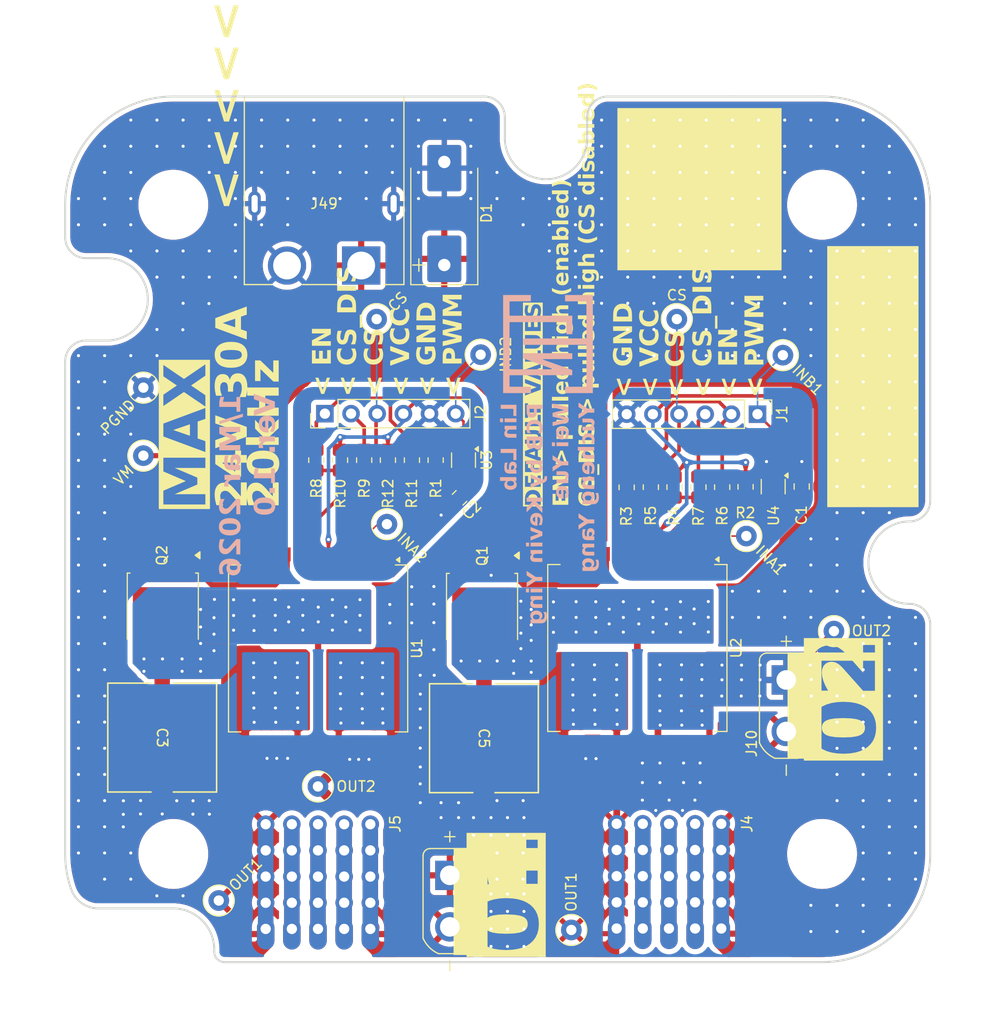
<source format=kicad_pcb>
(kicad_pcb (version 20241229) (generator "pcbnew") (generator_version "9.0")
  (layers (0 "F.Cu" signal) (2 "B.Cu" signal) (13 "F.Paste" user) (15 "B.Paste" user) (5 "F.SilkS" user "F.Silkscreen") (7 "B.SilkS" user "B.Silkscreen") (1 "F.Mask" user) (3 "B.Mask" user) (25 "Edge.Cuts" user))
  (net 0 "")
  (net 1 "+3V_1")
  (net 2 "VM1")
  (net 3 "INA1")
  (net 4 "Net-(J10-PadP)")
  (net 5 "Net-(Q1-D)")
  (net 6 "Net-(Q1-G)")
  (net 7 "INA2")
  (net 8 "INB2")
  (net 9 "Net-(U2-EN{slash}DIAGA)")
  (net 10 "Net-(U2-EN{slash}DIAGB)")
  (net 11 "Net-(U2-CS_DIS)")
  (net 13 "INB1")
  (net 19 "Net-(J1-Pin_2)")
  (net 20 "Net-(J1-Pin_4)")
  (net 21 "GND1")
  (net 22 "Net-(J1-Pin_3)")
  (net 23 "Net-(Q2-D)")
  (net 24 "Net-(J2-Pin_2)")
  (net 25 "Net-(J2-Pin_3)")
  (net 26 "Net-(J3-Pin_1)")
  (net 27 "Net-(J4-Pin_1)")
  (net 28 "Net-(J5-PadP)")
  (net 29 "Net-(Q2-G)")
  (net 30 "Net-(U1-EN{slash}DIAGA)")
  (net 31 "Net-(U1-EN{slash}DIAGB)")
  (net 32 "Net-(U1-CS_DIS)")
  (net 41 "Net-(J2-Pin_1)")
  (net 42 "PGND1")
  (net 43 "Net-(J3-Pin_2)")
  (net 44 "Net-(J4-Pin_2)")
  (footprint "MountingHole:MountingHole_3.2mm_M3" (layer "F.Cu") (at 200.95 88.225)
    (property "Reference" "H8" (hide yes))
    (property "Value" "MountingHole")
  )
  (footprint "Capacitor_SMD:C_0805_2012Metric_Pad1.18x1.45mm_HandSolder" (layer "F.Cu") (at 261.97 115.57 90)
    (property "Reference" "C1")
    (property "Value" "0.1uF")
  )
  (footprint "TestPoint:TestPoint_Loop_D1.80mm_Drill1.0mm_Beaded" (layer "F.Cu") (at 256.593118 120.375)
    (property "Reference" "INA1")
    (property "Value" "INB1")
  )
  (footprint "TestPoint:TestPoint_Loop_D1.80mm_Drill1.0mm_Beaded" (layer "F.Cu") (at 214.993118 144.675)
    (property "Reference" "OUT2")
    (property "Value" "OUTA")
  )
  (footprint "MountingHole:MountingHole_3.2mm_M3" (layer "F.Cu") (at 263.95 151.225)
    (property "Reference" "H2" (hide yes))
    (property "Value" "MountingHole")
  )
  (footprint "Resistor_SMD:R_0805_2012Metric_Pad1.20x1.40mm_HandSolder" (layer "F.Cu") (at 247.32 115.63 -90)
    (property "Reference" "R5")
    (property "Value" "1k")
  )
  (footprint "Package_TO_SOT_SMD:TO-252-2" (layer "F.Cu") (at 230.93 127.31 -90)
    (property "Reference" "Q1")
    (property "Value" "FDD8447L")
  )
  (footprint "Resistor_SMD:R_0805_2012Metric_Pad1.20x1.40mm_HandSolder" (layer "F.Cu") (at 251.94 115.63 -90)
    (property "Reference" "R7")
    (property "Value" "1k")
  )
  (footprint "Resistor_SMD:R_0805_2012Metric_Pad1.20x1.40mm_HandSolder" (layer "F.Cu") (at 217.14 113.01 90)
    (property "Reference" "R10")
    (property "Value" "4.7k")
  )
  (footprint "Resistor_SMD:R_0805_2012Metric_Pad1.20x1.40mm_HandSolder" (layer "F.Cu") (at 244.97 115.65 90)
    (property "Reference" "R3")
    (property "Value" "4.7k")
  )
  (footprint "EEH-ZC1H10:CAP_EEH-ZC_10P3X10P3_PAN" (layer "F.Cu") (at 199.87 139.93 -90)
    (property "Reference" "C3")
    (property "Value" "100uF")
  )
  (footprint "Resistor_SMD:R_0805_2012Metric_Pad1.20x1.40mm_HandSolder" (layer "F.Cu") (at 221.7888 113.01 -90)
    (property "Reference" "R12")
    (property "Value" "4.7k")
  )
  (footprint "Resistor_SMD:R_0805_2012Metric_Pad1.20x1.40mm_HandSolder" (layer "F.Cu") (at 254.25 115.63 -90)
    (property "Reference" "R6")
    (property "Value" "1k")
  )
  (footprint "Resistor_SMD:R_0805_2012Metric_Pad1.20x1.40mm_HandSolder" (layer "F.Cu") (at 226.4244 113.01 -90)
    (property "Reference" "R1")
    (property "Value" "1k")
  )
  (footprint "TestPoint:TestPoint_Loop_D1.80mm_Drill1.0mm_Beaded" (layer "F.Cu") (at 249.843118 99.325)
    (property "Reference" "CS")
    (property "Value" "CS")
  )
  (footprint "EEH-ZC1H10:CAP_EEH-ZC_10P3X10P3_PAN" (layer "F.Cu") (at 231.113118 139.995 -90)
    (property "Reference" "C5")
    (property "Value" "100uF")
  )
  (footprint "Connector_PinHeader_2.54mm:PinHeader_1x06_P2.54mm_Vertical" (layer "F.Cu") (at 257.68 108.55 -90)
    (property "Reference" "J1")
    (property "Value" "Conn_01x06_Pin")
  )
  (footprint "XT60PW-M:AMASS_XT60PW-M" (layer "F.Cu") (at 215.593118 88.125 180)
    (property "Reference" "J49")
    (property "Value" "XT60PW-M")
  )
  (footprint "XT30UPB-M:AMASS_XT30UPB-M" (layer "F.Cu") (at 227.8 155.8 -90)
    (property "Reference" "J5")
    (property "Value" "XT30UPB-M")
  )
  (footprint "Resistor_SMD:R_0805_2012Metric_Pad1.20x1.40mm_HandSolder" (layer "F.Cu") (at 224.12 113.01 90)
    (property "Reference" "R11")
    (property "Value" "4.7k")
  )
  (footprint "TestPoint:TestPoint_Loop_D1.80mm_Drill1.0mm_Beaded" (layer "F.Cu") (at 265.1 129.6)
    (property "Reference" "OUT2")
    (property "Value" "OUTA")
  )
  (footprint "TestPoint:TestPoint_Loop_D1.80mm_Drill1.0mm_Beaded" (layer "F.Cu") (at 205.363118 155.745)
    (property "Reference" "OUT1")
    (property "Value" "OUTB")
  )
  (footprint "MountingHole:MountingHole_3.2mm_M3" (layer "F.Cu") (at 200.95 151.225)
    (property "Reference" "H3" (hide yes))
    (property "Value" "MountingHole")
  )
  (footprint "Capacitor_SMD:C_0805_2012Metric_Pad1.18x1.45mm_HandSolder" (layer "F.Cu") (at 228.743623 116.666377 -135)
    (property "Reference" "C2")
    (property "Value" "0.1uF")
  )
  (footprint "TestPoint:TestPoint_Loop_D1.80mm_Drill1.0mm_Beaded" (layer "F.Cu") (at 198.043118 105.975)
    (property "Reference" "PGND")
    (property "Value" "GND1")
  )
  (footprint "Diode_SMD:D_SMC-RM10_Universal_Handsoldering" (layer "F.Cu") (at 227.263118 89.075 90)
    (property "Reference" "D1")
    (property "Value" "SMCJ18A")
  )
  (footprint "Package_TO_SOT_SMD:SOT-353_SC-70-5" (layer "F.Cu") (at 229.13 113.01 -90)
    (property "Reference" "U3")
    (property "Value" "NC7SVU04P5X")
  )
  (footprint "Package_TO_SOT_SMD:TO-252-2" (layer "F.Cu") (at 199.9275 127.28 -90)
    (property "Reference" "Q2")
    (property "Value" "FDD8447L")
  )
  (footprint "Resistor_SMD:R_0805_2012Metric_Pad1.20x1.40mm_HandSolder" (layer "F.Cu") (at 249.62 115.63 -90)
    (property "Reference" "R4")
    (property "Value" "4.7k")
  )
  (footprint "Resistor_SMD:R_0805_2012Metric_Pad1.20x1.40mm_HandSolder" (layer "F.Cu") (at 256.52 115.6 90)
    (property "Reference" "R2")
    (property "Value" "4.7k")
  )
  (footprint "MountingHole:MountingHole_3.2mm_M3" (layer "F.Cu") (at 263.95 88.225)
    (property "Reference" "H1" (hide yes))
    (property "Value" "MountingHole")
  )
  (footprint "TestPoint:TestPoint_Loop_D1.80mm_Drill1.0mm_Beaded" (layer "F.Cu") (at 220.693118 99.325)
    (property "Reference" "CS")
    (property "Value" "CS")
  )
  (footprint "TestPoint:TestPoint_Loop_D1.80mm_Drill1.0mm_Beaded" (layer "F.Cu") (at 221.693118 119.225)
    (property "Reference" "INA2")
    (property "Value" "INB2")
  )
  (footprint "TestPoint:TestPoint_Loop_D1.80mm_Drill1.0mm_Beaded" (layer "F.Cu") (at 198.043118 112.575)
    (property "Reference" "VM")
    (property "Value" "VM1")
  )
  (footprint "TestPoint:TestPoint_Loop_D1.80mm_Drill1.0mm_Beaded" (layer "F.Cu") (at 260.143118 102.825)
    (property "Reference" "INB1")
    (property "Value" "INA1")
  )
  (footprint "Connector_PinHeader_2.54mm:PinHeader_1x06_P2.54mm_Vertical" (layer "F.Cu") (at 215.67 108.5 90)
    (property "Reference" "J2")
    (property "Value" "Conn_01x06_Pin")
  )
  (footprint "Package_TO_SOT_SMD:SOT-353_SC-70-5" (layer "F.Cu") (at 259.2025 115.58 -90)
    (property "Reference" "U4")
    (property "Value" "NC7SVU04P5X")
  )
  (footprint "Resistor_SMD:R_0805_2012Metric_Pad1.20x1.40mm_HandSolder" (layer "F.Cu") (at 219.4844 113.01 -90)
    (property "Reference" "R9")
    (property "Value" "1k")
  )
  (footprint "XT30UPB-M:AMASS_XT30UPB-M" (layer "F.Cu") (at 260.47 136.84 -90)
    (property "Reference" "J10")
    (property "Value" "XT30UPB-M")
  )
  (footprint "TestPoint:TestPoint_Loop_D1.80mm_Drill1.0mm_Beaded" (layer "F.Cu") (at 230.793118 102.775)
    (property "Reference" "INB2")
    (property "Value" "INA2")
  )
  (footprint "Package_SO:ST_MultiPowerSO-30" (layer "F.Cu") (at 215.01 131.28 -90)
    (property "Reference" "U1")
    (property "Value" "VNH5019A-E")
  )
  (footprint "Package_SO:ST_MultiPowerSO-30" (layer "F.Cu") (at 246.01 131.24 -90)
    (property "Reference" "U2")
    (property "Value" "VNH5019A-E")
  )
  (footprint "Resistor_SMD:R_0805_2012Metric_Pad1.20x1.40mm_HandSolder" (layer "F.Cu") (at 214.8356 113.01 -90)
    (property "Reference" "R8")
    (property "Value" "1k")
  )
  (footprint "TestPoint:TestPoint_Loop_D1.80mm_Drill1.0mm_Beaded" (layer "F.Cu") (at 239.6 158.6)
    (property "Reference" "OUT1")
    (property "Value" "OUTB")
  )
  (footprint "PinHeader_1x04_P2.54mm_Vertical.kicad_mod:matrix5x5" (layer "B.Cu") (at 244 148.3 -90)
    (property "Reference" "J4")
    (property "Value" "Conn_01x02_Pin" (hide yes))
  )
  (footprint "PinHeader_1x04_P2.54mm_Vertical.kicad_mod:matrix5x5" (layer "B.Cu") (at 209.92 148.34 -90)
    (property "Reference" "J3" (hide yes))
    (property "Value" "Conn_01x02_Pin" (hide yes))
  )
  (footprint "LOGO" (layer "B.Cu") (at 237.503808 101.865298 -90)
    (property "Reference" "G***" (hide yes))
    (property "Value" "LOGO" (hide yes))
  )
  (gr_rect (start 264.448118 92.239999) (end 273.313118 117.571932) (fill yes) (layer "F.SilkS"))
  (gr_rect (start 244.073118 78.845) (end 260.013118 94.585) (fill yes) (layer "F.SilkS"))
  (gr_rect (start 228.173118 150.649999) (end 236.993118 152.840002) (fill yes) (layer "F.SilkS"))
  (gr_rect (start 260.603118 131.674997) (end 269.733118 132.475395) (fill yes) (layer "F.SilkS"))
  (gr_rect (start 228.163118 152.419998) (end 231.463118 161.030001) (fill yes) (layer "F.SilkS"))
  (gr_rect (start 260.593118 132.124997) (end 263.893118 141.975) (fill yes) (layer "F.SilkS"))
  (gr_line (start 231.134383 77.725019) (end 200.930026 77.725019) (stroke (width 0.2)) (layer "Edge.Cuts"))
  (gr_line (start 190.45 103.415524) (end 190.45 151.225) (stroke (width 0.2)) (layer "Edge.Cuts"))
  (gr_arc (start 274.45 116.949334) (mid 273.864233 118.372283) (end 272.450019 118.958069) (stroke (width 0.2)) (layer "Edge.Cuts"))
  (gr_line (start 241.143118 81.749424) (end 241.143118 79.725) (stroke (width 0.2)) (layer "Edge.Cuts"))
  (gr_line (start 263.95 77.725) (end 255 77.725) (stroke (width 0.2)) (layer "Edge.Cuts"))
  (gr_arc (start 263.95 77.725) (mid 271.374621 80.800379) (end 274.45 88.225) (stroke (width 0.2)) (layer "Edge.Cuts"))
  (gr_arc (start 231.134383 77.725019) (mid 232.557332 78.310786) (end 233.143118 79.725) (stroke (width 0.2)) (layer "Edge.Cuts"))
  (gr_line (start 233.143118 79.725) (end 233.143118 81.749424) (stroke (width 0.2)) (layer "Edge.Cuts"))
  (gr_arc (start 191.009751 154.597451) (mid 190.590888 152.934294) (end 190.449999 151.225) (stroke (width 0.2)) (layer "Edge.Cuts"))
  (gr_arc (start 192.449981 93.406789) (mid 191.035767 92.821003) (end 190.45 91.406807) (stroke (width 0.2)) (layer "Edge.Cuts"))
  (gr_arc (start 274.45 151.225) (mid 271.374621 158.649621) (end 263.95 161.725) (stroke (width 0.2)) (layer "Edge.Cuts"))
  (gr_arc (start 241.143118 81.749424) (mid 237.143118 85.749424) (end 233.143118 81.749424) (stroke (width 0.2)) (layer "Edge.Cuts"))
  (gr_arc (start 272.450019 126.958069) (mid 273.864233 127.543855) (end 274.45 128.958051) (stroke (width 0.2)) (layer "Edge.Cuts"))
  (gr_arc (start 190.45 103.415524) (mid 191.035767 101.992575) (end 192.449981 101.406789) (stroke (width 0.2)) (layer "Edge.Cuts"))
  (gr_arc (start 205.923118 161.725) (mid 205.216 161.432113) (end 204.923118 160.725) (stroke (width 0.2)) (layer "Edge.Cuts"))
  (gr_line (start 192.449981 101.406789) (end 194.474405 101.406789) (stroke (width 0.2)) (layer "Edge.Cuts"))
  (gr_line (start 274.44993 128.958051) (end 274.44993 151.225) (stroke (width 0.2)) (layer "Edge.Cuts"))
  (gr_arc (start 272.450019 126.958069) (mid 268.450019 122.958069) (end 272.450019 118.958069) (stroke (width 0.2)) (layer "Edge.Cuts"))
  (gr_line (start 274.45 88.225) (end 274.45 116.949334) (stroke (width 0.2)) (layer "Edge.Cuts"))
  (gr_arc (start 200.9231 156.505) (mid 203.751545 157.676573) (end 204.923118 160.505) (stroke (width 0.2)) (layer "Edge.Cuts"))
  (gr_arc (start 190.45 88.225) (mid 193.525379 80.800379) (end 200.930026 77.725019) (stroke (width 0.2)) (layer "Edge.Cuts"))
  (gr_line (start 243.1431 77.725019) (end 255 77.725019) (stroke (width 0.2)) (layer "Edge.Cuts"))
  (gr_line (start 204.923118 160.505) (end 204.923118 160.725) (stroke (width 0.2)) (layer "Edge.Cuts"))
  (gr_arc (start 241.143118 79.725) (mid 241.728904 78.310786) (end 243.1431 77.725019) (stroke (width 0.2)) (layer "Edge.Cuts"))
  (gr_arc (start 193.823093 156.505) (mid 192.096136 156.023638) (end 191.009751 154.597478) (stroke (width 0.2)) (layer "Edge.Cuts"))
  (gr_line (start 194.474405 93.406789) (end 192.449981 93.406789) (stroke (width 0.2)) (layer "Edge.Cuts"))
  (gr_line (start 263.95 161.725) (end 205.923118 161.725) (stroke (width 0.2)) (layer "Edge.Cuts"))
  (gr_line (start 190.45 91.406807) (end 190.45 88.225) (stroke (width 0.2)) (layer "Edge.Cuts"))
  (gr_line (start 193.823093 156.505) (end 200.9231 156.505) (stroke (width 0.2)) (layer "Edge.Cuts"))
  (gr_arc (start 194.474405 93.406789) (mid 198.474405 97.406789) (end 194.474405 101.406789) (stroke (width 0.2)) (layer "Edge.Cuts"))
  (gr_text "<<<<<" (at 207.943118 88.875 90) (layer "F.SilkS") (effects (font (size 3 3.5) (thickness 0.3) (bold yes)) (justify left bottom)))
  (gr_text "< EN" (at 256 106.95 90) (layer "F.SilkS") (effects (font (size 1.8 1.8) (thickness 0.3) (bold yes)) (justify left bottom)))
  (gr_text "< VCC\n" (at 224.15 106.85 90) (layer "F.SilkS") (effects (font (size 1.8 1.8) (thickness 0.3) (bold yes)) (justify left bottom)))
  (gr_text "MAX" (at 204.743118 117.825 90) (layer "F.SilkS" knockout) (effects (font (size 4 4) (thickness 0.3) (bold yes)) (justify left bottom)))
  (gr_text "< CS_DIS" (at 219 106.85 90) (layer "F.SilkS") (effects (font (size 1.8 1.8) (thickness 0.3) (bold yes)) (justify left bottom)))
  (gr_text "20kHz\n" (at 211.693118 117.725 90) (layer "F.SilkS") (effects (font (size 3 3) (thickness 0.3) (bold yes)) (justify left bottom)))
  (gr_text "< GND" (at 245.8 106.95 90) (layer "F.SilkS") (effects (font (size 1.8 1.8) (thickness 0.3) (bold yes)) (justify left bottom)))
  (gr_text "< CS_DIS" (at 253.5 106.95 90) (layer "F.SilkS") (effects (font (size 1.8 1.8) (thickness 0.3) (bold yes)) (justify left bottom)))
  (gr_text "< PWM" (at 258.55 106.95 90) (layer "F.SilkS") (effects (font (size 1.8 1.8) (thickness 0.3) (bold yes)) (justify left bottom)))
  (gr_text "24V 30A " (at 208.593118 117.725 90) (layer "F.SilkS") (effects (font (size 3 3) (thickness 0.3) (bold yes)) (justify left bottom)))
  (gr_text "< CS" (at 221.6 106.85 90) (layer "F.SilkS") (effects (font (size 1.8 1.8) (thickness 0.3) (bold yes)) (justify left bottom)))
  (gr_text "\nEN > pulled high (enabled)\nCS_DIS > pulled high (CS disabled)" (at 242.083118 117.535 90) (layer "F.SilkS") (effects (font (size 1.5 1.5) (thickness 0.3) (bold yes)) (justify left bottom)))
  (gr_text "02" (at 270.1 141.9 90) (layer "F.SilkS" knockout) (effects (font (size 6 6) (thickness 0.3) (bold yes)) (justify left bottom)))
  (gr_text "< CS" (at 250.85 107 90) (layer "F.SilkS") (effects (font (size 1.8 1.8) (thickness 0.3) (bold yes)) (justify left bottom)))
  (gr_text "< VCC\n" (at 248.35 106.95 90) (layer "F.SilkS") (effects (font (size 1.8 1.8) (thickness 0.3) (bold yes)) (justify left bottom)))
  (gr_text "< PWM" (at 229.25 106.85 90) (layer "F.SilkS") (effects (font (size 1.8 1.8) (thickness 0.3) (bold yes)) (justify left bottom)))
  (gr_text "01" (at 237.35 160.95 90) (layer "F.SilkS" knockout) (effects (font (size 6 6) (thickness 0.3) (bold yes)) (justify left bottom)))
  (gr_text "< EN" (at 216.55 106.85 90) (layer "F.SilkS") (effects (font (size 1.8 1.8) (thickness 0.3) (bold yes)) (justify left bottom)))
  (gr_text "DEFAULT VALUES" (at 236.883118 117.535 90) (layer "F.SilkS" knockout) (effects (font (size 1.5 1.5) (thickness 0.3) (bold yes)) (justify left bottom)))
  (gr_text "< GND" (at 226.7 106.85 90) (layer "F.SilkS") (effects (font (size 1.8 1.8) (thickness 0.3) (bold yes)) (justify left bottom)))
  (gr_text "Lin Lab\nPCB by Kevin Ying\nWei Yue\nYucheng Yang" (at 242.083118 107.445 90) (layer "B.SilkS") (effects (font (size 1.5 1.5) (thickness 0.3) (bold yes)) (justify left bottom mirror)))
  (gr_text "1/Mar 2026\nVer. 1.0" (at 208.303118 106.555 90) (layer "B.SilkS") (effects (font (size 2 2) (bold yes)) (justify left mirror)))
  (segment (start 217.54 158.5) (end 217.54 148.4) (width 1.5) (layer "F.Cu") (net 0))
  (segment (start 215 148.34) (end 215 158.46) (width 1.5) (layer "F.Cu") (net 0))
  (segment (start 251.62 158.96) (end 251.62 148.3) (width 1.5) (layer "F.Cu") (net 0))
  (segment (start 212.46 148.52) (end 212.42 148.48) (width 1.5) (layer "F.Cu") (net 0))
  (segment (start 215 158.46) (end 215.02 158.48) (width 1.5) (layer "F.Cu") (net 0))
  (segment (start 246.54 158.96) (end 246.54 148.3) (width 1.5) (layer "F.Cu") (net 0))
  (segment (start 212.46 158.5) (end 212.46 148.52) (width 1.5) (layer "F.Cu") (net 0))
  (segment (start 249.08 148.3) (end 249.08 158.96) (width 1.5) (layer "F.Cu") (net 0))
  (segment (start 217.54 148.4) (end 217.52 148.38) (width 1.5) (layer "F.Cu") (net 0))
  (segment (start 251.62 158.46) (end 251.62 148.3) (width 1.5) (layer "B.Cu") (net 0))
  (segment (start 217.54 158.5) (end 217.54 148.34) (width 1.5) (layer "B.Cu") (net 0))
  (segment (start 246.54 158.46) (end 246.54 148.3) (width 1.5) (layer "B.Cu") (net 0))
  (segment (start 212.46 158.5) (end 212.46 148.34) (width 1.5) (layer "B.Cu") (net 0))
  (segment (start 215 148.34) (end 215 158.5) (width 1.5) (layer "B.Cu") (net 0))
  (segment (start 249.08 148.3) (end 249.08 158.46) (width 1.5) (layer "B.Cu") (net 0))
  (segment (start 244.975 114.645) (end 244.97 114.65) (width 0.35) (layer "F.Cu") (net 1))
  (segment (start 217.147677 112.002323) (end 217.14 112.01) (width 0.35) (layer "F.Cu") (net 1))
  (segment (start 229.02 106.99) (end 230.356 108.326) (width 0.35) (layer "F.Cu") (net 1))
  (segment (start 229.78 115.63) (end 229.477246 115.932754) (width 0.35) (layer "F.Cu") (net 1))
  (segment (start 224.8 106.99) (end 229.02 106.99) (width 0.35) (layer "F.Cu") (net 1))
  (segment (start 250.8 113.23) (end 249.62 114.41) (width 0.35) (layer "F.Cu") (net 1))
  (segment (start 247.52 108.55) (end 249.297 106.773) (width 0.35) (layer "F.Cu") (net 1))
  (segment (start 229.78 113.96) (end 229.78 115.63) (width 0.35) (layer "F.Cu") (net 1))
  (segment (start 221.79 112.0088) (end 221.7888 112.01) (width 0.35) (layer "F.Cu") (net 1))
  (segment (start 217.147677 110.77) (end 217.147677 112.002323) (width 0.35) (layer "F.Cu") (net 1))
  (segment (start 259.8525 116.53) (end 261.8925 116.53) (width 0.35) (layer "F.Cu") (net 1))
  (segment (start 230.356 113.384) (end 229.78 113.96) (width 0.35) (layer "F.Cu") (net 1))
  (segment (start 249.62 114.41) (end 249.62 114.63) (width 0.35) (layer "F.Cu") (net 1))
  (segment (start 247.01 121.01) (end 247.01 122.115) (width 0.35) (layer "F.Cu") (net 1))
  (segment (start 248.93 119.09) (end 247.01 121.01) (width 0.35) (layer "F.Cu") (net 1))
  (segment (start 256.525 114.595) (end 256.52 114.6) (width 0.35) (layer "F.Cu") (net 1))
  (segment (start 261.8925 116.53) (end 261.97 116.6075) (width 0.35) (layer "F.Cu") (net 1))
  (segment (start 230.356 108.326) (end 230.356 113.384) (width 0.35) (layer "F.Cu") (net 1))
  (segment (start 216.02 122.145) (end 216.01 122.155) (width 0.35) (layer "F.Cu") (net 1))
  (segment (start 258.683 106.773) (end 260.82 108.91) (width 0.35) (layer "F.Cu") (net 1))
  (segment (start 224.12 112.01) (end 221.7888 112.01) (width 0.35) (layer "F.Cu") (net 1))
  (segment (start 260.82 108.91) (end 260.82 115.4575) (width 0.35) (layer "F.Cu") (net 1))
  (segment (start 256.525 113.23) (end 256.525 114.595) (width 0.35) (layer "F.Cu") (net 1))
  (segment (start 216.02 120.71) (end 216.02 122.145) (width 0.35) (layer "F.Cu") (net 1))
  (segment (start 260.82 115.4575) (end 261.97 116.6075) (width 0.35) (layer "F.Cu") (net 1))
  (segment (start 221.79 110.75) (end 221.79 112.0088) (width 0.35) (layer "F.Cu") (net 1))
  (segment (start 223.29 108.5) (end 224.8 106.99) (width 0.35) (layer "F.Cu") (net 1))
  (segment (start 249.297 106.773) (end 258.683 106.773) (width 0.35) (layer "F.Cu") (net 1))
  (via (at 216.02 120.71) (size 0.6) (drill 0.3) (layers "F.Cu" "B.Cu") (net 1))
  (via (at 250.8 113.23) (size 0.7) (drill 0.3) (layers "F.Cu" "B.Cu") (net 1))
  (via (at 248.93 119.09) (size 0.7) (drill 0.3) (layers "F.Cu" "B.Cu") (net 1))
  (via (at 256.525 113.23) (size 0.7) (drill 0.3) (layers "F.Cu" "B.Cu") (net 1))
  (via (at 221.79 110.75) (size 0.6) (drill 0.3) (layers "F.Cu" "B.Cu") (net 1))
  (via (at 217.147677 110.77) (size 0.6) (drill 0.3) (layers "F.Cu" "B.Cu") (net 1))
  (segment (start 223.29 109.25) (end 223.29 108.5) (width 0.35) (layer "B.Cu") (net 1))
  (segment (start 247.81 108.55) (end 247.52 108.55) (width 0.35) (layer "B.Cu") (net 1))
  (segment (start 221.77 110.77) (end 221.79 110.75) (width 0.35) (layer "B.Cu") (net 1))
  (segment (start 247.52 109.95) (end 247.52 108.55) (width 0.35) (layer "B.Cu") (net 1))
  (segment (start 217.147677 110.77) (end 216.02 111.897677) (width 0.35) (layer "B.Cu") (net 1))
  (segment (start 216.02 111.897677) (end 216.02 120.71) (width 0.35) (layer "B.Cu") (net 1))
  (segment (start 221.79 110.75) (end 223.29 109.25) (width 0.35) (layer "B.Cu") (net 1))
  (segment (start 250.8 113.23) (end 247.52 109.95) (width 0.35) (layer "B.Cu") (net 1))
  (segment (start 256.525 113.23) (end 250.8 113.23) (width 0.35) (layer "B.Cu") (net 1))
  (segment (start 248.93 119.09) (end 250.8 117.22) (width 0.35) (layer "B.Cu") (net 1))
  (segment (start 250.8 117.22) (end 250.8 113.23) (width 0.35) (layer "B.Cu") (net 1))
  (segment (start 217.147677 110.77) (end 221.77 110.77) (width 0.35) (layer "B.Cu") (net 1))
  (segment (start 201.08 119.33) (end 200.08 119.33) (width 2) (layer "F.Cu") (net 2))
  (segment (start 228.65 122.27) (end 229.37 122.27) (width 2) (layer "F.Cu") (net 2))
  (segment (start 233.46 116.61) (end 233.46 119.61) (width 2) (layer "F.Cu") (net 2))
  (segment (start 228.65 122.27) (end 228.65 120.94) (width 2) (layer "F.Cu") (net 2))
  (segment (start 241.98 120.2) (end 241.98 123.225) (width 0.5) (layer "F.Cu") (net 2))
  (segment (start 233.153118 118.905) (end 233.153118 119.365) (width 2) (layer "F.Cu") (net 2))
  (segment (start 242.01 120.23) (end 241.98 120.2) (width 0.5) (layer "F.Cu") (net 2))
  (segment (start 229.37 122.27) (end 232.7 118.94) (width 2) (layer "F.Cu") (net 2))
  (segment (start 201.763118 118.124382) (end 201.763118 117.675) (width 2) (layer "F.Cu") (net 2))
  (segment (start 202.7 116.2) (end 202.07 116.83) (width 2) (layer "F.Cu") (net 2))
  (segment (start 198.493118 112.575) (end 200.593118 112.575) (width 0.5) (layer "F.Cu") (net 2))
  (segment (start 201.218118 116.2) (end 202.7 116.2) (width 2) (layer "F.Cu") (net 2))
  (segment (start 197.6475 122.24) (end 201.763118 118.124382) (width 2) (layer "F.Cu") (net 2))
  (segment (start 233.153118 119.365) (end 233.303118 119.515) (width 2) (layer "F.Cu") (net 2))
  (segment (start 228.65 122.27) (end 229.788118 122.27) (width 2) (layer "F.Cu") (net 2))
  (segment (start 241.98 123.225) (end 241.555 123.65) (width 0.35) (layer "F.Cu") (net 2))
  (segment (start 229.788118 122.27) (end 233.153118 118.905) (width 2) (layer "F.Cu") (net 2))
  (segment (start 228.65 120.94) (end 233.22 116.37) (width 2) (layer "F.Cu") (net 2))
  (segment (start 233.22 116.37) (end 233.46 116.61) (width 2) (layer "F.Cu") (net 2))
  (segment (start 197.6475 122.24) (end 198.66 122.24) (width 2) (layer "F.Cu") (net 2))
  (segment (start 242.01 122.115) (end 242.01 120.23) (width 0.5) (layer "F.Cu") (net 2))
  (segment (start 202.07 116.83) (end 202.07 118.34) (width 2) (layer "F.Cu") (net 2))
  (segment (start 211.01 120.04) (end 210.96 119.99) (width 0.5) (layer "F.Cu") (net 2))
  (segment (start 200.593118 112.575) (end 200.643118 112.525) (width 0.5) (layer "F.Cu") (net 2))
  (segment (start 202.07 118.34) (end 201.08 119.33) (width 2) (layer "F.Cu") (net 2))
  (segment (start 211.01 122.155) (end 211.01 123.25) (width 0.5) (layer "F.Cu") (net 2))
  (segment (start 202.07 118.83) (end 202.07 118.34) (width 2) (layer "F.Cu") (net 2))
  (segment (start 197.6475 122.24) (end 197.6475 119.770618) (width 2) (layer "F.Cu") (net 2))
  (segment (start 211.01 122.155) (end 211.01 120.04) (width 0.5) (layer "F.Cu") (net 2))
  (segment (start 198.66 122.24) (end 202.07 118.83) (width 2) (layer "F.Cu") (net 2))
  (segment (start 232.7 118.94) (end 230.98 120.66) (width 2) (layer "F.Cu") (net 2))
  (segment (start 197.6475 119.770618) (end 201.218118 116.2) (width 2) (layer "F.Cu") (net 2))
  (segment (start 250.869 123.899) (end 250.01 123.04) (width 0.25) (layer "F.Cu") (net 3))
  (segment (start 250.925 120.375) (end 250.01 121.29) (width 0.15) (layer "F.Cu") (net 3))
  (segment (start 250.01 121.29) (end 250.01 122.115) (width 0.15) (layer "F.Cu") (net 3))
  (segment (start 258.5525 116.53) (end 258.7515 116.729) (width 0.25) (layer "F.Cu") (net 3))
  (segment (start 255.361 123.899) (end 250.869 123.899) (width 0.25) (layer "F.Cu") (net 3))
  (segment (start 258.7515 120.5085) (end 257.739059 121.520941) (width 0.25) (layer "F.Cu") (net 3))
  (segment (start 256.593118 120.375) (end 250.925 120.375) (width 0.15) (layer "F.Cu") (net 3))
  (segment (start 258.7515 116.729) (end 258.7515 120.5085) (width 0.25) (layer "F.Cu") (net 3))
  (segment (start 250.01 123.04) (end 250.01 122.115) (width 0.25) (layer "F.Cu") (net 3))
  (segment (start 257.739059 121.520941) (end 255.361 123.899) (width 0.25) (layer "F.Cu") (net 3))
  (segment (start 253.01 138.61) (end 252.76 138.36) (width 0.6) (layer "F.Cu") (net 4))
  (segment (start 253.01 140.365) (end 253.01 138.61) (width 0.6) (layer "F.Cu") (net 4))
  (segment (start 253.01 121.695) (end 253.01 122.115) (width 0.35) (layer "F.Cu") (net 4))
  (segment (start 248.01 140.365) (end 248.01 136.455) (width 0.65) (layer "F.Cu") (net 4))
  (segment (start 248.01 136.455) (end 250.175 134.29) (width 0.65) (layer "F.Cu") (net 4))
  (segment (start 260.53 134.4) (end 260.47 134.34) (width 0.5) (layer "F.Cu") (net 4))
  (segment (start 260.47 134.23) (end 260.47 134.34) (width 0.5) (layer "F.Cu") (net 4))
  (segment (start 265.1 129.6) (end 260.47 134.23) (width 0.5) (layer "F.Cu") (net 4))
  (via (at 257.925 134.325) (size 0.6) (drill 0.3) (layers "F.Cu" "B.Cu") (net 4))
  (via (at 257.9 135.9) (size 0.6) (drill 0.3) (layers "F.Cu" "B.Cu") (net 4))
  (via (at 248.195 137.335) (size 0.6) (drill 0.3) (layers "F.Cu" "B.Cu") (net 4))
  (via (at 262.9 134.3) (size 0.6) (drill 0.3) (layers "F.Cu" "B.Cu") (net 4))
  (via (at 252.275 134.3) (size 0.6) (drill 0.3) (layers "F.Cu" "B.Cu") (net 4))
  (via (at 250.325 138.725) (size 0.6) (drill 0.3) (layers "F.Cu" "B.Cu") (net 4))
  (via (at 256.125 134.325) (size 0.6) (drill 0.3) (layers "F.Cu" "B.Cu") (net 4))
  (via (at 252.25 135.875) (size 0.6) (drill 0.3) (layers "F.Cu" "B.Cu") (net 4))
  (via (at 248.2 132.875) (size 0.6) (drill 0.3) (layers "F.Cu" "B.Cu") (net 4))
  (via (at 252.3 138.725) (size 0.6) (drill 0.3) (layers "F.Cu" "B.Cu") (net 4))
  (via (at 254.2 135.9) (size 0.6) (drill 0.3) (layers "F.Cu" "B.Cu") (net 4))
  (via (at 256.1 135.9) (size 0.6) (drill 0.3) (layers "F.Cu" "B.Cu") (net 4))
  (via (at 252.275 132.875) (size 0.6) (drill 0.3) (layers "F.Cu" "B.Cu") (net 4))
  (via (at 254.225 132.9) (size 0.6) (drill 0.3) (layers "F.Cu" "B.Cu") (net 4))
  (via (at 262.9 135.9) (size 0.6) (drill 0.3) (layers "F.Cu" "B.Cu") (net 4))
  (via (at 250.3 132.875) (size 0.6) (drill 0.3) (layers "F.Cu" "B.Cu") (net 4))
  (via (at 250.3 134.3) (size 0.6) (drill 0.3) (layers "F.Cu" "B.Cu") (net 4))
  (via (at 248.2 134.3) (size 0.6) (drill 0.3) (layers "F.Cu" "B.Cu") (net 4))
  (via (at 252.27 137.335) (size 0.6) (drill 0.3) (layers "F.Cu" "B.Cu") (net 4))
  (via (at 250.275 135.875) (size 0.6) (drill 0.3) (layers "F.Cu" "B.Cu") (net 4))
  (via (at 257.925 132.9) (size 0.6) (drill 0.3) (layers "F.Cu" "B.Cu") (net 4))
  (via (at 256.125 132.9) (size 0.6) (drill 0.3) (layers "F.Cu" "B.Cu") (net 4))
  (via (at 254.225 134.325) (size 0.6) (drill 0.3) (layers "F.Cu" "B.Cu") (net 4))
  (via (at 248.175 135.875) (size 0.6) (drill 0.3) (layers "F.Cu" "B.Cu") (net 4))
  (via (at 250.295 137.335) (size 0.6) (drill 0.3) (layers "F.Cu" "B.Cu") (net 4))
  (via (at 262.8 132.9) (size 0.6) (drill 0.3) (layers "F.Cu" "B.Cu") (net 4))
  (via (at 248.225 138.725) (size 0.6) (drill 0.3) (layers "F.Cu" "B.Cu") (net 4))
  (segment (start 246.01 140.365) (end 246.01 128.19) (width 0.65) (layer "F.Cu") (net 5))
  (via (at 240.063118 129.695) (size 0.6) (drill 0.3) (layers "F.Cu" "B.Cu") (net 5))
  (via (at 246.15 127.475) (size 0.6) (drill 0.3) (layers "F.Cu" "B.Cu") (net 5))
  (via (at 235.7 130.5) (size 0.6) (drill 0.3) (layers "F.Cu" "B.Cu") (net 5))
  (via (at 247.525 129.7) (size 0.6) (drill 0.3) (layers "F.Cu" "B.Cu") (net 5))
  (via (at 246.15 128.9) (size 0.6) (drill 0.3) (layers "F.Cu" "B.Cu") (net 5))
  (via (at 250.2 128.275) (size 0.6) (drill 0.3) (layers "F.Cu" "B.Cu") (net 5))
  (via (at 247.525 128.275) (size 0.6) (drill 0.3) (layers "F.Cu" "B.Cu") (net 5))
  (via (at 252.9 129.68) (size 0.6) (drill 0.3) (layers "F.Cu" "B.Cu") (net 5))
  (via (at 234.7 129.8) (size 0.6) (drill 0.3) (layers "F.Cu" "B.Cu") (net 5))
  (via (at 235.7 129) (size 0.6) (drill 0.3) (layers "F.Cu" "B.Cu") (net 5))
  (via (at 250.2 129.7) (size 0.6) (drill 0.3) (layers "F.Cu" "B.Cu") (net 5))
  (via (at 247.525 126.75) (size 0.6) (drill 0.3) (layers "F.Cu" "B.Cu") (net 5))
  (via (at 251.525 128.88) (size 0.6) (drill 0.3) (layers "F.Cu" "B.Cu") (net 5))
  (via (at 244.65 128.275) (size 0.6) (drill 0.3) (layers "F.Cu" "B.Cu") (net 5))
  (via (at 228.9 132.5) (size 0.6) (drill 0.3) (layers "F.Cu" "B.Cu") (net 5))
  (via (at 241.975 129.7) (size 0.6) (drill 0.3) (layers "F.Cu" "B.Cu") (net 5))
  (via (at 235.7 127.5) (size 0.6) (drill 0.3) (layers "F.Cu" "B.Cu") (net 5))
  (via (at 234 133.7) (size 0.6) (drill 0.3) (layers "F.Cu" "B.Cu") (net 5))
  (via (at 237.863118 128.29) (size 0.6) (drill 0.3) (layers "F.Cu" "B.Cu") (net 5))
  (via (at 244.65 126.75) (size 0.6) (drill 0.3) (layers "F.Cu" "B.Cu") (net 5))
  (via (at 234.7 126.7) (size 0.6) (drill 0.3) (layers "F.Cu" "B.Cu") (net 5))
  (via (at 230.7 132.5) (size 0.6) (drill 0.3) (layers "F.Cu" "B.Cu") (net 5))
  (via (at 237.863118 129.715) (size 0.6) (drill 0.3) (layers "F.Cu" "B.Cu") (net 5))
  (via (at 244.65 129.7) (size 0.6) (drill 0.3) (layers "F.Cu" "B.Cu") (net 5))
  (via (at 234.7 131.3) (size 0.6) (drill 0.3) (layers "F.Cu" "B.Cu") (net 5))
  (via (at 252.9 126.73) (size 0.6) (drill 0.3) (layers "F.Cu" "B.Cu") (net 5))
  (via (at 248.825 127.475) (size 0.6) (drill 0.3) (layers "F.Cu" "B.Cu") (net 5))
  (via (at 240.063118 128.27) (size 0.6) (drill 0.3) (layers "F.Cu" "B.Cu") (net 5))
  (via (at 241.975 128.275) (size 0.6) (drill 0.3) (layers "F.Cu" "B.Cu") (net 5))
  (via (at 241.975 126.75) (size 0.6) (drill 0.3) (layers "F.Cu" "B.Cu") (net 5))
  (via (at 240.063118 126.745) (size 0.6) (drill 0.3) (layers "F.Cu" "B.Cu") (net 5))
  (via (at 243.275 128.9) (size 0.6) (drill 0.3) (layers "F.Cu" "B.Cu") (net 5))
  (via (at 251.525 127.455) (size 0.6) (drill 0.3) (layers "F.Cu" "B.Cu") (net 5))
  (via (at 234 132.5) (size 0.6) (drill 0.3) (layers "F.Cu" "B.Cu") (net 5))
  (via (at 243.275 127.475) (size 0.6) (drill 0.3) (layers "F.Cu" "B.Cu") (net 5))
  (via (at 232.4 132.5) (size 0.6) (drill 0.3) (layers "F.Cu" "B.Cu") (net 5))
  (via (at 235.7 132.5) (size 0.6) (drill 0.3) (layers "F.Cu" "B.Cu") (net 5))
  (via (at 234.7 128.3) (size 0.6) (drill 0.3) (layers "F.Cu" "B.Cu") (net 5))
  (via (at 237.863118 126.765) (size 0.6) (drill 0.3) (layers "F.Cu" "B.Cu") (net 5))
  (via (at 252.9 128.255) (size 0.6) (drill 0.3) (layers "F.Cu" "B.Cu") (net 5))
  (via (at 250.2 126.75) (size 0.6) (drill 0.3) (layers "F.Cu" "B.Cu") (net 5))
  (via (at 248.825 128.9) (size 0.6) (drill 0.3) (layers "F.Cu" "B.Cu") (net 5))
  (via (at 235.7 133.6) (size 0.6) (drill 0.3) (layers "F.Cu" "B.Cu") (net 5))
  (segment (start 243.01 122.115) (end 243.01 124.07) (width 0.5) (layer "F.Cu") (net 6))
  (segment (start 241.98 125.1) (end 234.925 125.1) (width 0.5) (layer "F.Cu") (net 6))
  (segment (start 243.01 124.07) (end 241.98 125.1) (width 0.5) (layer "F.Cu") (net 6))
  (segment (start 233.21 123.385) (end 233.21 122.27) (width 0.5) (layer "F.Cu") (net 6))
  (segment (start 234.925 125.1) (end 233.21 123.385) (width 0.5) (layer "F.Cu") (net 6))
  (segment (start 221.693118 119.225) (end 220.793118 119.225) (width 0.15) (layer "F.Cu") (net 7))
  (segment (start 219.01 121.008118) (end 219.01 122.155) (width 0.15) (layer "F.Cu") (net 7))
  (segment (start 219.01 123.08) (end 219.719 123.789) (width 0.25) (layer "F.Cu") (net 7))
  (segment (start 220.793118 119.225) (end 219.01 121.008118) (width 0.15) (layer "F.Cu") (net 7))
  (segment (start 223.62 119.14219) (end 228.48 114.28219) (width 0.25) (layer "F.Cu") (net 7))
  (segment (start 228.48 113.96) (end 228.46 113.98) (width 0.25) (layer "F.Cu") (net 7))
  (segment (start 222.111 123.789) (end 223.62 122.28) (width 0.25) (layer "F.Cu") (net 7))
  (segment (start 219.01 122.155) (end 219.01 123.08) (width 0.25) (layer "F.Cu") (net 7))
  (segment (start 219.719 123.789) (end 222.111 123.789) (width 0.25) (layer "F.Cu") (net 7))
  (segment (start 228.48 114.28219) (end 228.48 113.96) (width 0.25) (layer "F.Cu") (net 7))
  (segment (start 223.62 122.28) (end 223.62 119.14219) (width 0.25) (layer "F.Cu") (net 7))
  (segment (start 228.46 113.98) (end 228.46 114.04) (width 0.25) (layer "F.Cu") (net 7))
  (segment (start 222.29781 124.24) (end 214.19 124.24) (width 0.25) (layer "F.Cu") (net 8))
  (segment (start 213.01 123.06) (end 213.01 122.155) (width 0.25) (layer "F.Cu") (net 8))
  (segment (start 214.19 124.24) (end 213.01 123.06) (width 0.25) (layer "F.Cu") (net 8))
  (segment (start 229.13 112.060001) (end 229.13 109.26) (width 0.25) (layer "F.Cu") (net 8))
  (segment (start 224.071 119.329) (end 224.071 122.46681) (width 0.25) (layer "F.Cu") (net 8))
  (segment (start 229.13 112.060001) (end 229.13 114.27) (width 0.25) (layer "F.Cu") (net 8))
  (segment (start 229.13 114.27) (end 224.071 119.329) (width 0.25) (layer "F.Cu") (net 8))
  (segment (start 224.071 122.46681) (end 222.29781 124.24) (width 0.25) (layer "F.Cu") (net 8))
  (segment (start 229.13 109.26) (end 228.37 108.5) (width 0.25) (layer "F.Cu") (net 8))
  (segment (start 230.793118 102.775) (end 228.37 105.198118) (width 0.15) (layer "B.Cu") (net 8))
  (segment (start 228.37 105.198118) (end 228.37 108.5) (width 0.15) (layer "B.Cu") (net 8))
  (segment (start 231.293118 102.775) (end 230.793118 102.775) (width 0.15) (layer "B.Cu") (net 8))
  (segment (start 256.52 116.6) (end 254.28 116.6) (width 0.35) (layer "F.Cu") (net 9))
  (segment (start 249.01 121.37) (end 249.01 122.115) (width 0.35) (layer "F.Cu") (net 9))
  (segment (start 254.28 116.6) (end 254.25 116.63) (width 0.35) (layer "F.Cu") (net 9))
  (segment (start 253.75 116.63) (end 249.01 121.37) (width 0.35) (layer "F.Cu") (net 9))
  (segment (start 254.25 116.63) (end 253.75 116.63) (width 0.35) (layer "F.Cu") (net 9))
  (segment (start 244.97 122.075) (end 245.01 122.115) (width 0.35) (layer "F.Cu") (net 10))
  (segment (start 244.97 116.65) (end 244.97 122.075) (width 0.35) (layer "F.Cu") (net 10))
  (segment (start 244.97 116.65) (end 247.3 116.65) (width 0.35) (layer "F.Cu") (net 10))
  (segment (start 247.32 116.63) (end 247.46 116.77) (width 0.35) (layer "F.Cu") (net 10))
  (segment (start 247.3 116.65) (end 247.32 116.63) (width 0.35) (layer "F.Cu") (net 10))
  (segment (start 251.94 117.428) (end 251.94 116.63) (width 0.35) (layer "F.Cu") (net 11))
  (segment (start 249.62 116.63) (end 251.94 116.63) (width 0.35) (layer "F.Cu") (net 11))
  (segment (start 248.01 122.115) (end 248.01 121.358) (width 0.35) (layer "F.Cu") (net 11))
  (segment (start 248.01 121.358) (end 251.94 117.428) (width 0.35) (layer "F.Cu") (net 11))
  (segment (start 245.32 124.35) (end 255.54781 124.35) (width 0.25) (layer "F.Cu") (net 13))
  (segment (start 255.54781 124.35) (end 259.2025 120.69531) (width 0.25) (layer "F.Cu") (net 13))
  (segment (start 257.68 108.55) (end 259.2225 110.0925) (width 0.25) (layer "F.Cu") (net 13))
  (segment (start 244.01 122.115) (end 244.01 123.04) (width 0.25) (layer "F.Cu") (net 13))
  (segment (start 244.01 123.04) (end 245.32 124.35) (width 0.25) (layer "F.Cu") (net 13))
  (segment (start 259.2225 110.0925) (end 259.2225 110.9125) (width 0.25) (layer "F.Cu") (net 13))
  (segment (start 259.2025 110.8925) (end 259.2025 114.63) (width 0.25) (layer "F.Cu") (net 13))
  (segment (start 259.2025 120.69531) (end 259.2025 114.63) (width 0.25) (layer "F.Cu") (net 13))
  (segment (start 257.68 105.288118) (end 257.68 108.55) (width 0.15) (layer "B.Cu") (net 13))
  (segment (start 260.143118 102.825) (end 257.68 105.288118) (width 0.15) (layer "B.Cu") (net 13))
  (segment (start 247.32 113.238118) (end 248.834 111.724118) (width 0.35) (layer "F.Cu") (net 19))
  (segment (start 248.834 111.724118) (end 248.834 108.042174) (width 0.35) (layer "F.Cu") (net 19))
  (segment (start 247.32 114.63) (end 247.32 113.238118) (width 0.35) (layer "F.Cu") (net 19))
  (segment (start 249.552174 107.324) (end 253.914 107.324) (width 0.35) (layer "F.Cu") (net 19))
  (segment (start 254.25 114.63) (end 254.25 109.44) (width 0.35) (layer "F.Cu") (net 19))
  (segment (start 253.914 107.324) (end 255.14 108.55) (width 0.35) (layer "F.Cu") (net 19))
  (segment (start 248.834 108.042174) (end 249.552174 107.324) (width 0.35) (layer "F.Cu") (net 19))
  (segment (start 254.25 109.44) (end 255.14 108.55) (width 0.35) (layer "F.Cu") (net 19))
  (segment (start 250.06 112.06) (end 248.475 113.645) (width 0.35) (layer "F.Cu") (net 20))
  (segment (start 246.01 120.58) (end 246.01 122.115) (width 0.35) (layer "F.Cu") (net 20))
  (segment (start 248.475 118.115) (end 246.01 120.58) (width 0.35) (layer "F.Cu") (net 20))
  (segment (start 250.06 108.55) (end 250.06 112.06) (width 0.35) (layer "F.Cu") (net 20))
  (segment (start 248.475 113.645) (end 248.475 118.115) (width 0.35) (layer "F.Cu") (net 20))
  (segment (start 249.843118 99.325) (end 249.843118 108.333118) (width 0.15) (layer "B.Cu") (net 20))
  (segment (start 249.843118 108.333118) (end 250.06 108.55) (width 0.15) (layer "B.Cu") (net 20))
  (segment (start 258.5525 113.15) (end 258.5525 114.63) (width 0.35) (layer "F.Cu") (net 21))
  (segment (start 261.98 114.5225) (end 261.97 114.5325) (width 0.35) (layer "F.Cu") (net 21))
  (segment (start 228.48 111.15) (end 228.48 112.06) (width 0.35) (layer "F.Cu") (net 21))
  (segment (start 261.98 113.15) (end 261.98 114.5225) (width 0.35) (layer "F.Cu") (net 21))
  (segment (start 227.9 117.4) (end 226.957246 118.342754) (width 0.35) (layer "F.Cu") (net 21))
  (segment (start 228.312754 117.737246) (end 228.202754 117.737246) (width 0.35) (layer "F.Cu") (net 21))
  (segment (start 225.83 108.5) (end 228.48 111.15) (width 0.35) (layer "F.Cu") (net 21))
  (via (at 258.5525 113.15) (size 0.5) (drill 0.3) (layers "F.Cu" "B.Cu") (net 21))
  (via (at 226.957246 118.342754) (size 0.6) (drill 0.3) (layers "F.Cu" "B.Cu") (net 21))
  (via (at 261.98 113.15) (size 0.5) (drill 0.3) (layers "F.Cu" "B.Cu") (net 21))
  (segment (start 251.94 114.63) (end 251.94 109.21) (width 0.35) (layer "F.Cu") (net 22))
  (segment (start 251.94 109.21) (end 252.6 108.55) (width 0.35) (layer "F.Cu") (net 22))
  (segment (start 215.01 128.23) (end 215.01 140.405) (width 0.6) (layer "F.Cu") (net 23))
  (via (at 203.6 129.2) (size 0.6) (drill 0.3) (layers "F.Cu" "B.Cu") (net 23))
  (via (at 203.6 130.8) (size 0.6) (drill 0.3) (layers "F.Cu" "B.Cu") (net 23))
  (via (at 208.783118 126.595) (size 0.6) (drill 0.3) (layers "F.Cu" "B.Cu") (net 23))
  (via (at 204.9 128.3) (size 0.6) (drill 0.3) (layers "F.Cu" "B.Cu") (net 23))
  (via (at 208.783118 129.545) (size 0.6) (drill 0.3) (layers "F.Cu" "B.Cu") (net 23))
  (via (at 203.6 127.5) (size 0.6) (drill 0.3) (layers "F.Cu" "B.Cu") (net 23))
  (via (at 216.4 126.55) (size 0.6) (drill 0.3) (layers "F.Cu" "B.Cu") (net 23))
  (via (at 206.803118 128.085) (size 0.6) (drill 0.3) (layers "F.Cu" "B.Cu") (net 23))
  (via (at 199.9 132.3) (size 0.6) (drill 0.3) (layers "F.Cu" "B.Cu") (net 23))
  (via (at 203.6 132.3) (size 0.6) (drill 0.3) (layers "F.Cu" "B.Cu") (net 23))
  (via (at 215.025 128.7) (size 0.6) (drill 0.3) (layers "F.Cu" "B.Cu") (net 23))
  (via (at 213.525 129.5) (size 0.6) (drill 0.3) (layers "F.Cu" "B.Cu") (net 23))
  (via (at 219.075 126.55) (size 0.6) (drill 0.3) (layers "F.Cu" "B.Cu") (net 23))
  (via (at 201.8 132.3) (size 0.6) (drill 0.3) (layers "F.Cu" "B.Cu") (net 23))
  (via (at 212.15 127.275) (size 0.6) (drill 0.3) (layers "F.Cu" "B.Cu") (net 23))
  (via (at 206.803118 129.51) (size 0.6) (drill 0.3) (layers "F.Cu" "B.Cu") (net 23))
  (via (at 219.075 128.075) (size 0.6) (drill 0.3) (layers "F.Cu" "B.Cu") (net 23))
  (via (at 213.525 128.075) (size 0.6) (drill 0.3) (layers "F.Cu" "B.Cu") (net 23))
  (via (at 204.9 131.5) (size 0.6) (drill 0.3) (layers "F.Cu" "B.Cu") (net 23))
  (via (at 204.9 129.9) (size 0.6) (drill 0.3) (layers "F.Cu" "B.Cu") (net 23))
  (via (at 217.7 128.7) (size 0.6) (drill 0.3) (layers "F.Cu" "B.Cu") (net 23))
  (via (at 198.1 132.3) (size 0.6) (drill 0.3) (layers "F.Cu" "B.Cu") (net 23))
  (via (at 210.85 129.5) (size 0.6) (drill 0.3) (layers "F.Cu" "B.Cu") (net 23))
  (via (at 208.783118 128.12) (size 0.6) (drill 0.3) (layers "F.Cu" "B.Cu") (net 23))
  (via (at 216.4 128.075) (size 0.6) (drill 0.3) (layers "F.Cu" "B.Cu") (net 23))
  (via (at 210.85 128.075) (size 0.6) (drill 0.3) (layers "F.Cu" "B.Cu") (net 23))
  (via (at 212.15 128.7) (size 0.6) (drill 0.3) (layers "F.Cu" "B.Cu") (net 23))
  (via (at 210.85 126.55) (size 0.6) (drill 0.3) (layers "F.Cu" "B.Cu") (net 23))
  (via (at 201.8 133.5) (size 0.6) (drill 0.3) (layers "F.Cu" "B.Cu") (net 23))
  (via (at 219.075 129.5) (size 0.6) (drill 0.3) (layers "F.Cu" "B.Cu") (net 23))
  (via (at 198.1 133.5) (size 0.6) (drill 0.3) (layers "F.Cu" "B.Cu") (net 23))
  (via (at 216.4 129.5) (size 0.6) (drill 0.3) (layers "F.Cu" "B.Cu") (net 23))
  (via (at 213.525 126.55) (size 0.6) (drill 0.3) (layers "F.Cu" "B.Cu") (net 23))
  (via (at 206.803118 126.56) (size 0.6) (drill 0.3) (layers "F.Cu" "B.Cu") (net 23))
  (via (at 204.943118 126.525) (size 0.6) (drill 0.3) (layers "F.Cu" "B.Cu") (net 23))
  (via (at 217.7 127.275) (size 0.6) (drill 0.3) (layers "F.Cu" "B.Cu") (net 23))
  (via (at 203.6 133.5) (size 0.6) (drill 0.3) (layers "F.Cu" "B.Cu") (net 23))
  (via (at 215.025 127.275) (size 0.6) (drill 0.3) (layers "F.Cu" "B.Cu") (net 23))
  (segment (start 219.4844 109.7744) (end 219.4844 112.01) (width 0.35) (layer "F.Cu") (net 24))
  (segment (start 218.21 108.5) (end 219.4844 109.7744) (width 0.35) (layer "F.Cu") (net 24))
  (segment (start 220.64 112.546626) (end 220.200626 112.986) (width 0.35) (layer "F.Cu") (net 25))
  (segment (start 220.200626 112.986) (end 218.768174 112.986) (width 0.35) (layer "F.Cu") (net 25))
  (segment (start 220.75 108.5) (end 220.64 108.61) (width 0.35) (layer "F.Cu") (net 25))
  (segment (start 220.64 108.61) (end 220.64 112.546626) (width 0.35) (layer "F.Cu") (net 25))
  (segment (start 218.31 115.37) (end 215.01 118.67) (width 0.35) (layer "F.Cu") (net 25))
  (segment (start 218.31 113.43) (end 218.31 115.37) (width 0.35) (layer "F.Cu") (net 25))
  (segment (start 218.761087 112.978913) (end 218.31 113.43) (width 0.35) (layer "F.Cu") (net 25))
  (segment (start 215.01 118.67) (end 215.01 122.155) (width 0.35) (layer "F.Cu") (net 25))
  (segment (start 218.768174 112.986) (end 218.761087 112.978913) (width 0.35) (layer "F.Cu") (net 25))
  (segment (start 220.693118 99.325) (end 220.693118 108.443118) (width 0.15) (layer "B.Cu") (net 25))
  (segment (start 220.693118 108.443118) (end 220.75 108.5) (width 0.15) (layer "B.Cu") (net 25))
  (segment (start 209.226 160.474) (end 207.6 160.474) (width 1.5) (layer "F.Cu") (net 26))
  (segment (start 208.01 138.39) (end 208.5 137.9) (width 0.6) (layer "F.Cu") (net 26))
  (segment (start 209.92 158.5) (end 209.92 159.78) (width 1.5) (layer "F.Cu") (net 26))
  (segment (start 209.92 148.34) (end 209.92 158.98) (width 1.5) (layer "F.Cu") (net 26))
  (segment (start 209.92 159.78) (end 209.226 160.474) (width 1.5) (layer "F.Cu") (net 26))
  (segment (start 213.01 140.405) (end 213.01 138.81) (width 0.6) (layer "F.Cu") (net 26))
  (segment (start 213.01 138.81) (end 212.2 138) (width 0.6) (layer "F.Cu") (net 26))
  (segment (start 208.01 140.405) (end 208.01 138.39) (width 0.6) (layer "F.Cu") (net 26))
  (via (at 213.02 137.06) (size 0.6) (drill 0.3) (layers "F.Cu" "B.Cu") (net 26))
  (via (at 213 135.6) (size 0.6) (drill 0.3) (layers "F.Cu" "B.Cu") (net 26))
  (via (at 210.85 135.6) (size 0.6) (drill 0.3) (layers "F.Cu" "B.Cu") (net 26))
  (via (at 208.75 134.1) (size 0.6) (drill 0.3) (layers "F.Cu" "B.Cu") (net 26))
  (via (at 213 134.1) (size 0.6) (drill 0.3) (layers "F.Cu" "B.Cu") (net 26))
  (via (at 213 132.675) (size 0.6) (drill 0.3) (layers "F.Cu" "B.Cu") (net 26))
  (via (at 208.8 138.45) (size 0.6) (drill 0.3) (layers "F.Cu" "B.Cu") (net 26))
  (via (at 210.9 138.45) (size 0.6) (drill 0.3) (layers "F.Cu" "B.Cu") (net 26))
  (via (at 210.85 134.1) (size 0.6) (drill 0.3) (layers "F.Cu" "B.Cu") (net 26))
  (via (at 208.77 137.06) (size 0.6) (drill 0.3) (layers "F.Cu" "B.Cu") (net 26))
  (via (at 210.87 137.06) (size 0.6) (drill 0.3) (layers "F.Cu" "B.Cu") (net 26))
  (via (at 213.05 138.45) (size 0.6) (drill 0.3) (layers "F.Cu" "B.Cu") (net 26))
  (via (at 210.85 132.675) (size 0.6) (drill 0.3) (layers "F.Cu" "B.Cu") (net 26))
  (via (at 208.75 135.6) (size 0.6) (drill 0.3) (layers "F.Cu" "B.Cu") (net 26))
  (via (at 208.75 132.675) (size 0.6) (drill 0.3) (layers "F.Cu" "B.Cu") (net 26))
  (segment (start 209.92 148.34) (end 209.92 158.5) (width 1.5) (layer "B.Cu") (net 26))
  (segment (start 244 148.3) (end 244 158.96) (width 1.5) (layer "F.Cu") (net 27))
  (segment (start 244 159.7) (end 243.226 160.474) (width 1.5) (layer "F.Cu") (net 27))
  (segment (start 244.01 140.365) (end 244.01 136.455) (width 0.65) (layer "F.Cu") (net 27))
  (segment (start 239.01 140.365) (end 239.01 142.51) (width 0.6) (layer "F.Cu") (net 27))
  (segment (start 239.01 138.21) (end 239.29 137.93) (width 0.6) (layer "F.Cu") (net 27))
  (segment (start 244.01 140.365) (end 244.01 147.49) (width 0.65) (layer "F.Cu") (net 27))
  (segment (start 239.01 140.365) (end 239.01 138.21) (width 0.6) (layer "F.Cu") (net 27))
  (segment (start 244.01 136.455) (end 241.845 134.29) (width 0.65) (layer "F.Cu") (net 27))
  (segment (start 244.01 147.49) (end 244 147.5) (width 0.65) (layer "F.Cu") (net 27))
  (segment (start 243.226 160.474) (end 241.926 160.474) (width 1.5) (layer "F.Cu") (net 27))
  (segment (start 244 158.46) (end 244 159.7) (width 1.5) (layer "F.Cu") (net 27))
  (via (at 239.75 134.3) (size 0.6) (drill 0.3) (layers "F.Cu" "B.Cu") (net 27))
  (via (at 244 132.875) (size 0.6) (drill 0.3) (layers "F.Cu" "B.Cu") (net 27))
  (via (at 244 134.3) (size 0.6) (drill 0.3) (layers "F.Cu" "B.Cu") (net 27))
  (via (at 239.77 137.26) (size 0.6) (drill 0.3) (layers "F.Cu" "B.Cu") (net 27))
  (via (at 241.85 132.875) (size 0.6) (drill 0.3) (layers "F.Cu" "B.Cu") (net 27))
  (via (at 239.75 135.8) (size 0.6) (drill 0.3) (layers "F.Cu" "B.Cu") (net 27))
  (via (at 244 135.8) (size 0.6) (drill 0.3) (layers "F.Cu" "B.Cu") (net 27))
  (via (at 241.85 134.3) (size 0.6) (drill 0.3) (layers "F.Cu" "B.Cu") (net 27))
  (via (at 244.05 138.65) (size 0.6) (drill 0.3) (layers "F.Cu" "B.Cu") (net 27))
  (via (at 239.8 138.65) (size 0.6) (drill 0.3) (layers "F.Cu" "B.Cu") (net 27))
  (via (at 241.87 137.26) (size 0.6) (drill 0.3) (layers "F.Cu" "B.Cu") (net 27))
  (via (at 244.02 137.26) (size 0.6) (drill 0.3) (layers "F.Cu" "B.Cu") (net 27))
  (via (at 239.75 132.875) (size 0.6) (drill 0.3) (layers "F.Cu" "B.Cu") (net 27))
  (via (at 241.85 135.8) (size 0.6) (drill 0.3) (layers "F.Cu" "B.Cu") (net 27))
  (via (at 241.9 138.65) (size 0.6) (drill 0.3) (layers "F.Cu" "B.Cu") (net 27))
  (segment (start 244 158.46) (end 244 148.3) (width 1.5) (layer "B.Cu") (net 27))
  (segment (start 222.01 140.405) (end 222.01 143.24) (width 0.6) (layer "F.Cu") (net 28))
  (segment (start 217.01 140.405) (end 217.01 138.41) (width 0.6) (layer "F.Cu") (net 28))
  (segment (start 217.01 142.71) (end 217.4 143.1) (width 0.6) (layer "F.Cu") (net 28))
  (segment (start 217.01 138.41) (end 216.9 138.3) (width 0.6) (layer "F.Cu") (net 28))
  (segment (start 217.01 140.405) (end 217.01 142.71) (width 0.6) (layer "F.Cu") (net 28))
  (segment (start 222.01 138.71) (end 221.4 138.1) (width 0.6) (layer "F.Cu") (net 28))
  (segment (start 222.01 140.405) (end 222.01 138.71) (width 0.6) (layer "F.Cu") (net 28))
  (segment (start 222.01 143.24) (end 221.9 143.35) (width 0.6) (layer "F.Cu") (net 28))
  (via (at 221.27 137.135) (size 0.6) (drill 0.3) (layers "F.Cu" "B.Cu") (net 28))
  (via (at 221.275 134.1) (size 0.6) (drill 0.3) (layers "F.Cu" "B.Cu") (net 28))
  (via (at 217.225 138.525) (size 0.6) (drill 0.3) (layers "F.Cu" "B.Cu") (net 28))
  (via (at 221.3 138.525) (size 0.6) (drill 0.3) (layers "F.Cu" "B.Cu") (net 28))
  (via (at 219.275 135.675) (size 0.6) (drill 0.3) (layers "F.Cu" "B.Cu") (net 28))
  (via (at 219.325 138.525) (size 0.6) (drill 0.3) (layers "F.Cu" "B.Cu") (net 28))
  (via (at 219.3 132.675) (size 0.6) (drill 0.3) (layers "F.Cu" "B.Cu") (net 28))
  (via (at 221.25 135.675) (size 0.6) (drill 0.3) (layers "F.Cu" "B.Cu") (net 28))
  (via (at 219.295 137.135) (size 0.6) (drill 0.3) (layers "F.Cu" "B.Cu") (net 28))
  (via (at 217.195 137.135) (size 0.6) (drill 0.3) (layers "F.Cu" "B.Cu") (net 28))
  (via (at 217.175 135.675) (size 0.6) (drill 0.3) (layers "F.Cu" "B.Cu") (net 28))
  (via (at 221.275 132.675) (size 0.6) (drill 0.3) (layers "F.Cu" "B.Cu") (net 28))
  (via (at 217.2 134.1) (size 0.6) (drill 0.3) (layers "F.Cu" "B.Cu") (net 28))
  (via (at 217.2 132.675) (size 0.6) (drill 0.3) (layers "F.Cu" "B.Cu") (net 28))
  (via (at 219.3 134.1) (size 0.6) (drill 0.3) (layers "F.Cu" "B.Cu") (net 28))
  (segment (start 204.66 125.11) (end 210.84 125.11) (width 0.5) (layer "F.Cu") (net 29))
  (segment (start 210.84 125.11) (end 212.01 123.94) (width 0.5) (layer "F.Cu") (net 29))
  (segment (start 202.2075 122.6575) (end 204.66 125.11) (width 0.5) (layer "F.Cu") (net 29))
  (segment (start 202.2075 122.24) (end 202.2075 122.6575) (width 0.5) (layer "F.Cu") (net 29))
  (segment (start 212.01 123.94) (end 212.01 122.155) (width 0.5) (layer "F.Cu") (net 29))
  (segment (start 224.12 114.01) (end 218.01 120.12) (width 0.35) (layer "F.Cu") (net 30))
  (segment (start 218.01 120.12) (end 218.01 122.155) (width 0.35) (layer "F.Cu") (net 30))
  (segment (start 226.4244 114.01) (end 224.12 114.01) (width 0.35) (layer "F.Cu") (net 30))
  (segment (start 214.8356 114.01) (end 214.01 114.8356) (width 0.35) (layer "F.Cu") (net 31))
  (segment (start 217.14 114.01) (end 214.8356 114.01) (width 0.35) (layer "F.Cu") (net 31))
  (segment (start 214.01 114.8356) (end 214.01 122.155) (width 0.35) (layer "F.Cu") (net 31))
  (segment (start 217.01 118.948118) (end 217.01 122.155) (width 0.35) (layer "F.Cu") (net 32))
  (segment (start 219.4844 114.01) (end 219.4844 116.473718) (width 0.35) (layer "F.Cu") (net 32))
  (segment (start 219.4844 116.473718) (end 217.01 118.948118) (width 0.35) (layer "F.Cu") (net 32))
  (segment (start 219.4844 114.01) (end 221.7888 114.01) (width 0.35) (layer "F.Cu") (net 32))
  (segment (start 222.03 107.64) (end 222.03 109.13) (width 0.35) (layer "F.Cu") (net 41))
  (segment (start 217.16 107.01) (end 221.4 107.01) (width 0.35) (layer "F.Cu") (net 41))
  (segment (start 221.4 107.01) (end 222.03 107.64) (width 0.35) (layer "F.Cu") (net 41))
  (segment (start 214.8356 112.01) (end 214.8356 109.3344) (width 0.35) (layer "F.Cu") (net 41))
  (segment (start 224.9094 110.495) (end 226.4244 112.01) (width 0.35) (layer "F.Cu") (net 41))
  (segment (start 214.8356 109.3344) (end 215.67 108.5) (width 0.35) (layer "F.Cu") (net 41))
  (segment (start 215.67 108.5) (end 217.16 107.01) (width 0.35) (layer "F.Cu") (net 41))
  (segment (start 222.03 109.13) (end 223.395 110.495) (width 0.35) (layer "F.Cu") (net 41))
  (segment (start 223.395 110.495) (end 224.9094 110.495) (width 0.35) (layer "F.Cu") (net 41))
  (via (at 194.28 125.73) (size 0.6) (drill 0.3) (layers "F.Cu" "B.Cu") (net 42))
  (via (at 273.02 100.33) (size 0.6) (drill 0.3) (layers "F.Cu" "B.Cu") (net 42))
  (via (at 201.9 95.25) (size 0.6) (drill 0.3) (layers "F.Cu" "B.Cu") (net 42))
  (via (at 267.94 85.09) (size 0.6) (drill 0.3) (layers "F.Cu" "B.Cu") (net 42))
  (via (at 235 156.8) (size 0.6) (drill 0.3) (layers "F.Cu" "B.Cu") (net 42))
  (via (at 196.093118 147.385) (size 0.6) (drill 0.3) (layers "F.Cu" "B.Cu") (net 42))
  (via (at 257.78 97.79) (size 0.6) (drill 0.3) (layers "F.Cu" "B.Cu") (net 42))
  (via (at 247.62 92.71) (size 0.6) (drill 0.3) (layers "F.Cu" "B.Cu") (net 42))
  (via (at 247.62 90.17) (size 0.6) (drill 0.3) (layers "F.Cu" "B.Cu") (net 42))
  (via (at 224.1 127) (size 0.6) (drill 0.3) (layers "F.Cu" "B.Cu") (net 42))
  (via (at 206.98 92.71) (size 0.6) (drill 0.3) (layers "F.Cu" "B.Cu") (net 42))
  (via (at 245.08 87.63) (size 0.6) (drill 0.3) (layers "F.Cu" "B.Cu") (net 42))
  (via (at 273.02 107.95) (size 0.6) (drill 0.3) (layers "F.Cu" "B.Cu") (net 42))
  (via (at 221.973118 128.815) (size 0.6) (drill 0.3) (layers "F.Cu" "B.Cu") (net 42))
  (via (at 191.74 90.17) (size 0.6) (drill 0.3) (layers "F.Cu" "B.Cu") (net 42))
  (via (at 260.32 95.25) (size 0.6) (drill 0.3) (layers "F.Cu" "B.Cu") (net 42))
  (via (at 267.94 82.55) (size 0.6) (drill 0.3) (layers "F.Cu" "B.Cu") (net 42))
  (via (at 270.48 130.81) (size 0.6) (drill 0.3) (layers "F.Cu" "B.Cu") (net 42))
  (via (at 222.22 85.09) (size 0.6) (drill 0.3) (layers "F.Cu" "B.Cu") (net 42))
  (via (at 267.94 143.51) (size 0.6) (drill 0.3) (layers "F.Cu" "B.Cu") (net 42))
  (via (at 224.76 82.55) (size 0.6) (drill 0.3) (layers "F.Cu" "B.Cu") (net 42))
  (via (at 265.4 123.19) (size 0.6) (drill 0.3) (layers "F.Cu" "B.Cu") (net 42))
  (via (at 252.7 85.09) (size 0.6) (drill 0.3) (layers "F.Cu" "B.Cu") (net 42))
  (via (at 267.94 97.79) (size 0.6) (drill 0.3) (layers "F.Cu" "B.Cu") (net 42))
  (via (at 267.94 125.73) (size 0.6) (drill 0.3) (layers "F.Cu" "B.Cu") (net 42))
  (via (at 232.38 87.63) (size 0.6) (drill 0.3) (layers "F.Cu" "B.Cu") (net 42))
  (via (at 201.9 92.71) (size 0.6) (drill 0.3) (layers "F.Cu" "B.Cu") (net 42))
  (via (at 191.74 102.87) (size 0.6) (drill 0.3) (layers "F.Cu" "B.Cu") (net 42))
  (via (at 262.86 92.71) (size 0.6) (drill 0.3) (layers "F.Cu" "B.Cu") (net 42))
  (via (at 267.94 92.71) (size 0.6) (drill 0.3) (layers "F.Cu" "B.Cu") (net 42))
  (via (at 250.16 92.71) (size 0.6) (drill 0.3) (layers "F.Cu" "B.Cu") (net 42))
  (via (at 240 95.25) (size 0.6) (drill 0.3) (layers "F.Cu" "B.Cu") (net 42))
  (via (at 194.28 151.13) (size 0.6) (drill 0.3) (layers "F.Cu" "B.Cu") (net 42))
  (via (at 227.3 80.01) (size 0.6) (drill 0.3) (layers "F.Cu" "B.Cu") (net 42))
  (via (at 196.82 80.01) (size 0.6) (drill 0.3) (layers "F.Cu" "B.Cu") (net 42))
  (via (at 270.48 85.09) (size 0.6) (drill 0.3) (layers "F.Cu" "B.Cu") (net 42))
  (via (at 235 149.4) (size 0.6) (drill 0.3) (layers "F.Cu" "B.Cu") (net 42))
  (via (at 194.28 123.19) (size 0.6) (drill 0.3) (layers "F.Cu" "B.Cu") (net 42))
  (via (at 270.48 146.05) (size 0.6) (drill 0.3) (layers "F.Cu" "B.Cu") (net 42))
  (via (at 267.94 102.87) (size 0.6) (drill 0.3) (layers "F.Cu" "B.Cu") (net 42))
  (via (at 270.48 110.49) (size 0.6) (drill 0.3) (layers "F.Cu" "B.Cu") (net 42))
  (via (at 267.94 135.89) (size 0.6) (drill 0.3) (layers "F.Cu" "B.Cu") (net 42))
  (via (at 267.94 148.59) (size 0.6) (drill 0.3) (layers "F.Cu" "B.Cu") (net 42))
  (via (at 262.86 80.01) (size 0.6) (drill 0.3) (layers "F.Cu" "B.Cu") (net 42))
  (via (at 224.76 80.01) (size 0.6) (drill 0.3) (layers "F.Cu" "B.Cu") (net 42))
  (via (at 250.16 85.09) (size 0.6) (drill 0.3) (layers "F.Cu" "B.Cu") (net 42))
  (via (at 270.48 113.03) (size 0.6) (drill 0.3) (layers "F.Cu" "B.Cu") (net 42))
  (via (at 191.74 120.65) (size 0.6) (drill 0.3) (layers "F.Cu" "B.Cu") (net 42))
  (via (at 255.24 95.25) (size 0.6) (drill 0.3) (layers "F.Cu" "B.Cu") (net 42))
  (via (at 226.253118 131.405) (size 0.6) (drill 0.3) (layers "F.Cu" "B.Cu") (net 42))
  (via (at 273.02 153.67) (size 0.6) (drill 0.3) (layers "F.Cu" "B.Cu") (net 42))
  (via (at 226.253118 126.975) (size 0.6) (drill 0.3) (layers "F.Cu" "B.Cu") (net 42))
  (via (at 270.48 153.67) (size 0.6) (drill 0.3) (layers "F.Cu" "B.Cu") (net 42))
  (via (at 196.82 110.49) (size 0.6) (drill 0.3) (layers "F.Cu" "B.Cu") (net 42))
  (via (at 260.32 128.27) (size 0.6) (drill 0.3) (layers "F.Cu" "B.Cu") (net 42))
  (via (at 199.363118 102.865) (size 0.6) (drill 0.3) (layers "F.Cu" "B.Cu") (net 42))
  (via (at 194.28 138.43) (size 0.6) (drill 0.3) (layers "F.Cu" "B.Cu") (net 42))
  (via (at 233.4 155.1) (size 0.6) (drill 0.3) (layers "F.Cu" "B.Cu") (net 42))
  (via (at 231.8 149.4) (size 0.6) (drill 0.3) (layers "F.Cu" "B.Cu") (net 42))
  (via (at 267.94 151.13) (size 0.6) (drill 0.3) (layers "F.Cu" "B.Cu") (net 42))
  (via (at 247.62 97.79) (size 0.6) (drill 0.3) (layers "F.Cu" "B.Cu") (net 42))
  (via (at 250.5 142.4) (size 0.6) (drill 0.3) (layers "F.Cu" "B.Cu") (net 42))
  (via (at 212.06 82.55) (size 0.6) (drill 0.3) (layers "F.Cu" "B.Cu") (net 42))
  (via (at 233.4 147.7) (size 0.6) (drill 0.3) (layers "F.Cu" "B.Cu") (net 42))
  (via (at 273.02 138.43) (size 0.6) (drill 0.3) (layers "F.Cu" "B.Cu") (net 42))
  (via (at 199.353118 155.285) (size 0.6) (drill 0.3) (layers "F.Cu" "B.Cu") (net 42))
  (via (at 250.16 80.01) (size 0.6) (drill 0.3) (layers "F.Cu" "B.Cu") (net 42))
  (via (at 273.02 97.79) (size 0.6) (drill 0.3) (layers "F.Cu" "B.Cu") (net 42))
  (via (at 260.32 80.01) (size 0.6) (drill 0.3) (layers "F.Cu" "B.Cu") (net 42))
  (via (at 273.02 143.51) (size 0.6) (drill 0.3) (layers "F.Cu" "B.Cu") (net 42))
  (via (at 265.4 135.89) (size 0.6) (drill 0.3) (layers "F.Cu" "B.Cu") (net 42))
  (via (at 224.933118 135.715) (size 0.6) (drill 0.3) (layers "F.Cu" "B.Cu") (net 42))
  (via (at 267.94 158.75) (size 0.6) (drill 0.3) (layers "F.Cu" "B.Cu") (net 42))
  (via (at 219.68 85.09) (size 0.6) (drill 0.3) (layers "F.Cu" "B.Cu") (net 42))
  (via (at 206.98 87.63) (size 0.6) (drill 0.3) (layers "F.Cu" "B.Cu") (net 42))
  (via (at 194.28 133.35) (size 0.6) (drill 0.3) (layers "F.Cu" "B.Cu") (net 42))
  (via (at 234.92 151.13) (size 0.6) (drill 0.3) (layers "F.Cu" "B.Cu") (net 42))
  (via (at 242.54 92.71) (size 0.6) (drill 0.3) (layers "F.Cu" "B.Cu") (net 42))
  (via (at 255.24 128.27) (size 0.6) (drill 0.3) (layers "F.Cu" "B.Cu") (net 42))
  (via (at 248.2 144.3) (size 0.6) (drill 0.3) (layers "F.Cu" "B.Cu") (net 42))
  (via (at 224.76 87.63) (size 0.6) (drill 0.3) (layers "F.Cu" "B.Cu") (net 42))
  (via (at 273.02 130.81) (size 0.6) (drill 0.3) (layers "F.Cu" "B.Cu") (net 42))
  (via (at 191.74 105.41) (size 0.6) (drill 0.3) (layers "F.Cu" "B.Cu") (net 42))
  (via (at 191.74 135.89) (size 0.6) (drill 0.3) (layers "F.Cu" "B.Cu") (net 42))
  (via (at 230.1 147.7) (size 0.6) (drill 0.3) (layers "F.Cu" "B.Cu") (net 42))
  (via (at 255.24 90.17) (size 0.6) (drill 0.3) (layers "F.Cu" "B.Cu") (net 42))
  (via (at 247.62 95.25) (size 0.6) (drill 0.3) (layers "F.Cu" "B.Cu") (net 42))
  (via (at 270.48 135.89) (size 0.6) (drill 0.3) (layers "F.Cu" "B.Cu") (net 42))
  (via (at 270.48 95.25) (size 0.6) (drill 0.3) (layers "F.Cu" "B.Cu") (net 42))
  (via (at 204.413118 97.815) (size 0.6) (drill 0.3) (layers "F.Cu" "B.Cu") (net 42))
  (via (at 232.38 153.67) (size 0.6) (drill 0.3) (layers "F.Cu" "B.Cu") (net 42))
  (via (at 191.74 118.11) (size 0.6) (drill 0.3) (layers "F.Cu" "B.Cu") (net 42))
  (via (at 255.24 82.55) (size 0.6) (drill 0.3) (layers "F.Cu" "B.Cu") (net 42))
  (via (at 265.4 95.25) (size 0.6) (drill 0.3) (layers "F.Cu" "B.Cu") (net 42))
  (via (at 201.9 97.79) (size 0.6) (drill 0.3) (layers "F.Cu" "B.Cu") (net 42))
  (via (at 267.94 133.35) (size 0.6) (drill 0.3) (layers "F.Cu" "B.Cu") (net 42))
  (via (at 242.54 95.25) (size 0.6) (drill 0.3) (layers "F.Cu" "B.Cu") (net 42))
  (via (at 206.98 82.55) (size 0.6) (drill 0.3) (layers "F.Cu" "B.Cu") (net 42))
  (via (at 265.4 97.79) (size 0.6) (drill 0.3) (layers "F.Cu" "B.Cu") (net 42))
  (via (at 229.84 85.09) (size 0.6) (drill 0.3) (layers "F.Cu" "B.Cu") (net 42))
  (via (at 235 160.2) (size 0.6) (drill 0.3) (layers "F.Cu" "B.Cu") (net 42))
  (via (at 245.08 92.71) (size 0.6) (drill 0.3) (layers "F.Cu" "B.Cu") (net 42))
  (via (at 242.54 87.63) (size 0.6) (drill 0.3) (layers "F.Cu" "B.Cu") (net 42))
  (via (at 204.44 82.55) (size 0.6) (drill 0.3) (layers "F.Cu" "B.Cu") (net 42))
  (via (at 201.873118 100.355) (size 0.6) (drill 0.3) (layers "F.Cu" "B.Cu") (net 42))
  (via (at 270.48 138.43) (size 0.6) (drill 0.3) (layers "F.Cu" "B.Cu") (net 42))
  (via (at 270.48 156.21) (size 0.6) (drill 0.3) (layers "F.Cu" "B.Cu") (net 42))
  (via (at 191.74 143.51) (size 0.6) (drill 0.3) (layers "F.Cu" "B.Cu") (net 42))
  (via (at 262.86 100.33) (size 0.6) (drill 0.3) (layers "F.Cu" "B.Cu") (net 42))
  (via (at 273.02 113.03) (size 0.6) (drill 0.3) (layers "F.Cu" "B.Cu") (net 42))
  (via (at 194.28 115.57) (size 0.6) (drill 0.3) (layers "F.Cu" "B.Cu") (net 42))
  (via (at 191.74 130.81) (size 0.6) (drill 0.3) (layers "F.Cu" "B.Cu") (net 42))
  (via (at 222.22 82.55) (size 0.6) (drill 0.3) (layers "F.Cu" "B.Cu") (net 42))
  (via (at 237.46 92.71) (size 0.6) (drill 0.3) (layers "F.Cu" "B.Cu") (net 42))
  (via (at 245.08 90.17) (size 0.6) (drill 0.3) (layers "F.Cu" "B.Cu") (net 42))
  (via (at 197.773118 146.045) (size 0.6) (drill 0.3) (layers "F.Cu" "B.Cu") (net 42))
  (via (at 250.16 95.25) (size 0.6) (drill 0.3) (layers "F.Cu" "B.Cu") (net 42))
  (via (at 191.74 87.63) (size 0.6) (drill 0.3) (layers "F.Cu" "B.Cu") (net 42))
  (via (at 262.86 123.19) (size 0.6) (drill 0.3) (layers "F.Cu" "B.Cu") (net 42))
  (via (at 209.52 90.17) (size 0.6) (drill 0.3) (layers "F.Cu" "B.Cu") (net 42))
  (via (at 270.48 97.79) (size 0.6) (drill 0.3) (layers "F.Cu" "B.Cu") (net 42))
  (via (at 267.94 90.17) (size 0.6) (drill 0.3) (layers "F.Cu" "B.Cu") (net 42))
  (via (at 273.02 90.17) (size 0.6) (drill 0.3) (layers "F.Cu" "B.Cu") (net 42))
  (via (at 270.48 87.63) (size 0.6) (drill 0.3) (layers "F.Cu" "B.Cu") (net 42))
  (via (at 270.48 115.57) (size 0.6) (drill 0.3) (layers "F.Cu" "B.Cu") (net 42))
  (via (at 252.1 144.3) (size 0.6) (drill 0.3) (layers "F.Cu" "B.Cu") (net 42))
  (via (at 194.28 135.89) (size 0.6) (drill 0.3) (layers "F.Cu" "B.Cu") (net 42))
  (via (at 265.4 146.05) (size 0.6) (drill 0.3) (layers "F.Cu" "B.Cu") (net 42))
  (via (at 273.02 95.25) (size 0.6) (drill 0.3) (layers "F.Cu" "B.Cu") (net 42))
  (via (at 229.84 80.01) (size 0.6) (drill 0.3) (layers "F.Cu" "B.Cu") (net 42))
  (via (at 201.9 82.55) (size 0.6) (drill 0.3) (layers "F.Cu" "B.Cu") (net 42))
  (via (at 212.06 80.01) (size 0.6) (drill 0.3) (layers "F.Cu" "B.Cu") (net 42))
  (via (at 265.4 140.97) (size 0.6) (drill 0.3) (layers "F.Cu" "B.Cu") (net 42))
  (via (at 194.28 113.03) (size 0.6) (drill 0.3) (layers "F.Cu" "B.Cu") (net 42))
  (via (at 199.36 82.55) (size 0.6) (drill 0.3) (layers "F.Cu" "B.Cu") (net 42))
  (via (at 226.253118 125.275) (size 0.6) (drill 0.3) (layers "F.Cu" "B.Cu") (net 42))
  (via (at 255.24 102.87) (size 0.6) (drill 0.3) (layers "F.Cu" "B.Cu") (net 42))
  (via (at 235 155.1) (size 0.6) (drill 0.3) (layers "F.Cu" "B.Cu") (net 42))
  (via (at 233.4 158.5) (size 0.6) (drill 0.3) (layers "F.Cu" "B.Cu") (net 42))
  (via (at 231.813118 124.185) (size 0.6) (drill 0.3) (layers "F.Cu" "B.Cu") (net 42))
  (via (at 194.28 130.81) (size 0.6) (drill 0.3) (layers "F.Cu" "B.Cu") (net 42))
  (via (at 194.28 148.59) (size 0.6) (drill 0.3) (layers "F.Cu" "B.Cu") (net 42))
  (via (at 267.94 118.11) (size 0.6) (drill 0.3) (layers "F.Cu" "B.Cu") (net 42))
  (via (at 250.16 87.63) (size 0.6) (drill 0.3) (layers "F.Cu" "B.Cu") (net 42))
  (via (at 250.16 90.17) (size 0.6) (drill 0.3) (layers "F.Cu" "B.Cu") (net 42))
  (via (at 250.4 147) (size 0.6) (drill 0.3) (layers "F.Cu" "B.Cu") (net 42))
  (via (at 247.62 80.01) (size 0.6) (drill 0.3) (layers "F.Cu" "B.Cu") (net 42))
  (via (at 248.2 142.4) (size 0.6) (drill 0.3) (layers "F.Cu" "B.Cu") (net 42))
  (via (at 260.32 100.33) (size 0.6) (drill 0.3) (layers "F.Cu" "B.Cu") (net 42))
  (via (at 267.94 107.95) (size 0.6) (drill 0.3) (layers "F.Cu" "B.Cu") (net 42))
  (via (at 226.95 146.25) (size 0.6) (drill 0.3) (layers "F.Cu" "B.Cu") (net 42))
  (via (at 191.74 113.03) (size 0.6) (drill 0.3) (layers "F.Cu" "B.Cu") (net 42))
  (via (at 265.4 125.73) (size 0.6) (drill 0.3) (layers "F.Cu" "B.Cu") (net 42))
  (via (at 267.94 138.43) (size 0.6) (drill 0.3) (layers "F.Cu" "B.Cu") (net 42))
  (via (at 245.08 85.09) (size 0.6) (drill 0.3) (layers "F.Cu" "B.Cu") (net 42))
  (via (at 252.7 95.25) (size 0.6) (drill 0.3) (layers "F.Cu" "B.Cu") (net 42))
  (via (at 267.94 95.25) (size 0.6) (drill 0.3) (layers "F.Cu" "B.Cu") (net 42))
  (via (at 252.7 82.55) (size 0.6) (drill 0.3) (layers "F.Cu" "B.Cu") (net 42))
  (via (at 194.28 90.17) (size 0.6) (drill 0.3) (layers "F.Cu" "B.Cu") (net 42))
  (via (at 270.48 128.27) (size 0.6) (drill 0.3) (layers "F.Cu" "B.Cu") (net 42))
  (via (at 260.32 125.73) (size 0.6) (drill 0.3) (layers "F.Cu" "B.Cu") (net 42))
  (via (at 270.48 148.59) (size 0.6) (drill 0.3) (layers "F.Cu" "B.Cu") (net 42))
  (via (at 262.86 120.65) (size 0.6) (drill 0.3) (layers "F.Cu" "B.Cu") (net 42))
  (via (at 252.7 90.17) (size 0.6) (drill 0.3) (layers "F.Cu" "B.Cu") (net 42))
  (via (at 231.8 155.1) (size 0.6) (drill 0.3) (layers "F.Cu" "B.Cu") (net 42))
  (via (at 206.98 80.01) (size 0.6) (drill 0.3) (layers "F.Cu" "B.Cu") (net 42))
  (via (at 204.44 146.05) (size 0.6) (drill 0.3) (layers "F.Cu" "B.Cu") (net 42))
  (via (at 233.4 149.4) (size 0.6) (drill 0.3) (layers "F.Cu" "B.Cu") (net 42))
  (via (at 265.4 105.41) (size 0.6) (drill 0.3) (layers "F.Cu" "B.Cu") (net 42))
  (via (at 265.4 120.65) (size 0.6) (drill 0.3) (layers "F.Cu" "B.Cu") (net 42))
  (via (at 196.82 87.63) (size 0.6) (drill 0.3) (layers "F.Cu" "B.Cu") (net 42))
  (via (at 199.36 100.33) (size 0.6) (drill 0.3) (layers "F.Cu" "B.Cu") (net 42))
  (via (at 206.98 90.17) (size 0.6) (drill 0.3) (layers "F.Cu" "B.Cu") (net 42))
  (via (at 273.02 128.27) (size 0.6) (drill 0.3) (layers "F.Cu" "B.Cu") (net 42))
  (via (at 273.02 146.05) (size 0.6) (drill 0.3) (layers "F.Cu" "B.Cu") (net 42))
  (via (at 219.68 80.01) (size 0.6) (drill 0.3) (layers "F.Cu" "B.Cu") (net 42))
  (via (at 194.28 140.97) (size 0.6) (drill 0.3) (layers "F.Cu" "B.Cu") (net 42))
  (via (at 206.98 85.09) (size 0.6) (drill 0.3) (layers "F.Cu" "B.Cu") (net 42))
  (via (at 219.95 142.05) (size 0.6) (drill 0.3) (layers "F.Cu" "B.Cu") (net 42))
  (via (at 217.14 82.55) (size 0.6) (drill 0.3) (layers "F.Cu" "B.Cu") (net 42))
  (via (at 204.44 80.01) (size 0.6) (drill 0.3) (layers "F.Cu" "B.Cu") (net 42))
  (via (at 194.28 102.87) (size 0.6) (drill 0.3) (layers "F.Cu" "B.Cu") (net 42))
  (via (at 257.78 82.55) (size 0.6) (drill 0.3) (layers "F.Cu" "B.Cu") (net 42))
  (via (at 194.28 107.95) (size 0.6) (drill 0.3) (layers "F.Cu" "B.Cu") (net 42))
  (via (at 194.28 110.49) (size 0.6) (drill 0.3) (layers "F.Cu" "B.Cu") (net 42))
  (via (at 194.28 143.51) (size 0.6) (drill 0.3) (layers "F.Cu" "B.Cu") (net 42))
  (via (at 270.48 107.95) (size 0.6) (drill 0.3) (layers "F.Cu" "B.Cu") (net 42))
  (via (at 224.1 125.3) (size 0.6) (drill 0.3) (layers "F.Cu" "B.Cu") (net 42))
  (via (at 260.32 97.79) (size 0.6) (drill 0.3) (layers "F.Cu" "B.Cu") (net 42))
  (via (at 265.4 113.03) (size 0.6) (drill 0.3) (layers "F.Cu" "B.Cu") (net 42))
  (via (at 212.05 141.95) (size 0.6) (drill 0.3) (layers "F.Cu" "B.Cu") (net 42))
  (via (at 252.7 80.01) (size 0.6) (drill 0.3) (layers "F.Cu" "B.Cu") (net 42))
  (via (at 247.62 100.33) (size 0.6) (drill 0.3) (layers "F.Cu" "B.Cu") (net 42))
  (via (at 196.82 153.67) (size 0.6) (drill 0.3) (layers "F.Cu" "B.Cu") (net 42))
  (via (at 255.24 87.63) (size 0.6) (drill 0.3) (layers "F.Cu" "B.Cu") (net 42))
  (via (at 224.893118 131.405) (size 0.6) (drill 0.3) (layers "F.Cu" "B.Cu") (net 42))
  (via (at 199.873118 147.345) (size 0.6) (drill 0.3) (layers "F.Cu" "B.Cu") (net 42))
  (via (at 224.1 128.8) (size 0.6) (drill 0.3) (layers "F.Cu" "B.Cu") (net 42))
  (via (at 191.74 140.97) (size 0.6) (drill 0.3) (layers "F.Cu" "B.Cu") (net 42))
  (via (at 194.28 85.09) (size 0.6) (drill 0.3) (layers "F.Cu" "B.Cu") (net 42))
  (via (at 270.48 100.33) (size 0.6) (drill 0.3) (layers "F.Cu" "B.Cu") (net 42))
  (via (at 224.933118 138.985) (size 0.6) (drill 0.3) (layers "F.Cu" "B.Cu") (net 42))
  (via (at 270.48 92.71) (size 0.6) (drill 0.3) (layers "F.Cu" "B.Cu") (net 42))
  (via (at 217.14 85.09) (size 0.6) (drill 0.3) (layers "F.Cu" "B.Cu") (net 42))
  (via (at 194.28 118.11) (size 0.6) (drill 0.3) (layers "F.Cu" "B.Cu") (net 42))
  (via (at 255.24 85.09) (size 0.6) (drill 0.3) (layers "F.Cu" "B.Cu") (net 42))
  (via (at 265.4 102.87) (size 0.6) (drill 0.3) (layers "F.Cu" "B.Cu") (net 42))
  (via (at 201.9 80.01) (size 0.6) (drill 0.3) (layers "F.Cu" "B.Cu") (net 42))
  (via (at 262.86 82.55) (size 0.6) (drill 0.3) (layers "F.Cu" "B.Cu") (net 42))
  (via (at 237.46 87.63) (size 0.6) (drill 0.3) (layers "F.Cu" "B.Cu") (net 42))
  (via (at 245.08 80.01) (size 0.6) (drill 0.3) (layers "F.Cu" "B.Cu") (net 42))
  (via (at 219.68 87.63) (size 0.6) (drill 0.3) (layers "F.Cu" "B.Cu") (net 42))
  (via (at 265.4 138.43) (size 0.6) (drill 0.3) (layers "F.Cu" "B.Cu") (net 42))
  (via (at 191.74 107.95) (size 0.6) (drill 0.3) (layers "F.Cu" "B.Cu") (net 42))
  (via (at 218.075 142.05) (size 0.6) (drill 0.3) (layers "F.Cu" "B.Cu") (net 42))
  (via (at 229.84 87.63) (size 0.6) (drill 0.3) (layers "F.Cu" "B.Cu") (net 42))
  (via (at 267.94 110.49) (size 0.6) (drill 0.3) (layers "F.Cu" "B.Cu") (net 42))
  (via (at 241 141.975) (size 0.6) (drill 0.3) (layers "F.Cu" "B.Cu") (net 42))
  (via (at 229.84 82.55) (size 0.6) (drill 0.3) (layers "F.Cu" "B.Cu") (net 42))
  (via (at 255.24 80.01) (size 0.6) (drill 0.3) (layers "F.Cu" "B.Cu") (net 42))
  (via (at 191.74 128.27) (size 0.6) (drill 0.3) (layers "F.Cu" "B.Cu") (net 42))
  (via (at 246.5 146) (size 0.6) (drill 0.3) (layers "F.Cu" "B.Cu") (net 42))
  (via (at 265.4 156.21) (size 0.6) (drill 0.3) (layers "F.Cu" "B.Cu") (net 42))
  (via (at 235 158.5) (size 0.6) (drill 0.3) (layers "F.Cu" "B.Cu") (net 42))
  (via (at 234.92 90.17) (size 0.6) (drill 0.3) (layers "F.Cu" "B.Cu") (net 42))
  (via (at 246.5 144.3) (size 0.6) (drill 0.3) (layers "F.Cu" "B.Cu") (net 42))
  (via (at 267.94 87.63) (size 0.6) (drill 0.3) (layers "F.Cu" "B.Cu") (net 42))
  (via (at 222.22 80.01) (size 0.6) (drill 0.3) (layers "F.Cu" "B.Cu") (net 42))
  (via (at 230.1 149.4) (size 0.6) (drill 0.3) (layers "F.Cu" "B.Cu") (net 42))
  (via (at 191.74 151.13) (size 0.6) (drill 0.3) (layers "F.Cu" "B.Cu") (net 42))
  (via (at 237.46 90.17) (size 0.6) (drill 0.3) (layers "F.Cu" "B.Cu") (net 42))
  (via (at 273.02 102.87) (size 0.6) (drill 0.3) (layers "F.Cu" "B.Cu") (net 42))
  (via (at 194.28 146.05) (size 0.6) (drill 0.3) (layers "F.Cu" "B.Cu") (net 42))
  (via (at 273.02 135.89) (size 0.6) (drill 0.3) (layers "F.Cu" "B.Cu") (net 42))
  (via (at 273.02 133.35) (size 0.6) (drill 0.3) (layers "F.Cu" "B.Cu") (net 42))
  (via (at 255.24 97.79) (size 0.6) (drill 0.3) (layers "F.Cu" "B.Cu") (net 42))
  (via (at 191.74 146.05) (size 0.6) (drill 0.3) (layers "F.Cu" "B.Cu") (net 42))
  (via (at 234.92 87.63) (size 0.6) (drill 0.3) (layers "F.Cu" "B.Cu") (net 42))
  (via (at 242.54 80.01) (size 0.6) (drill 0.3) (layers "F.Cu" "B.Cu") (net 42))
  (via (at 234.92 153.67) (size 0.6) (drill 0.3) (layers "F.Cu" "B.Cu") (net 42))
  (via (at 247.8 147) (size 0.6) (drill 0.3) (layers "F.Cu" "B.Cu") (net 42))
  (via (at 191.74 110.49) (size 0.6) (drill 0.3) (layers "F.Cu" "B.Cu") (net 42))
  (via (at 196.82 85.09) (size 0.6) (drill 0.3) (layers "F.Cu" "B.Cu") (net 42))
  (via (at 273.02 115.57) (size 0.6) (drill 0.3) (layers "F.Cu" "B.Cu") (net 42))
  (via (at 204.44 92.71) (size 0.6) (drill 0.3) (layers "F.Cu" "B.Cu") (net 42))
  (via (at 265.4 100.33) (size 0.6) (drill 0.3) (layers "F.Cu" "B.Cu") (net 42))
  (via (at 211 141.95) (size 0.6) (drill 0.3) (layers "F.Cu" "B.Cu") (net 42))
  (via (at 232.38 146.05) (size 0.6) (drill 0.3) (layers "F.Cu" "B.Cu") (net 42))
  (via (at 245.08 102.87) (size 0.6) (drill 0.3) (layers "F.Cu" "B.Cu") (net 42))
  (via (at 267.94 156.21) (size 0.6) (drill 0.3) (layers "F.Cu" "B.Cu") (net 42))
  (via (at 202.863118 146.065) (size 0.6) (drill 0.3) (layers "F.Cu" "B.Cu") (net 42))
  (via (at 257.78 85.09) (size 0.6) (drill 0.3) (layers "F.Cu" "B.Cu") (net 42))
  (via (at 249.1 146) (size 0.6) (drill 0.3) (layers "F.Cu" "B.Cu") (net 42))
  (via (at 262.86 102.87) (size 0.6) (drill 0.3) (layers "F.Cu" "B.Cu") (net 42))
  (via (at 204.453118 147.365) (size 0.6) (drill 0.3) (layers "F.Cu" "B.Cu") (net 42))
  (via (at 212.06 85.09) (size 0.6) (drill 0.3) (layers "F.Cu" "B.Cu") (net 42))
  (via (at 231.8 156.8) (size 0.6) (drill 0.3) (layers "F.Cu" "B.Cu") (net 42))
  (via (at 265.4 133.35) (size 0.6) (drill 0.3) (layers "F.Cu" "B.Cu") (net 42))
  (via (at 226.253118 128.775) (size 0.6) (drill 0.3) (layers "F.Cu" "B.Cu") (net 42))
  (via (at 196.82 90.17) (size 0.6) (drill 0.3) (layers "F.Cu" "B.Cu") (net 42))
  (via (at 252.7 92.71) (size 0.6) (drill 0.3) (layers "F.Cu" "B.Cu") (net 42))
  (via (at 199.36 80.01) (size 0.6) (drill 0.3) (layers "F.Cu" "B.Cu") (net 42))
  (via (at 257.78 128.27) (size 0.6) (drill 0.3) (layers "F.Cu" "B.Cu") (net 42))
  (via (at 194.28 105.41) (size 0.6) (drill 0.3) (layers "F.Cu" "B.Cu") (net 42))
  (via (at 252.1 142.4) (size 0.6) (drill 0.3) (layers "F.Cu" "B.Cu") (net 42))
  (via (at 265.4 92.71) (size 0.6) (drill 0.3) (layers "F.Cu" "B.Cu") (net 42))
  (via (at 194.28 120.65) (size 0.6) (drill 0.3) (layers "F.Cu" "B.Cu") (net 42))
  (via (at 214.6 80.01) (size 0.6) (drill 0.3) (layers "F.Cu" "B.Cu") (net 42))
  (via (at 233.4 160.2) (size 0.6) (drill 0.3) (layers "F.Cu" "B.Cu") (net 42))
  (via (at 260.32 123.19) (size 0.6) (drill 0.3) (layers "F.Cu" "B.Cu") (net 42))
  (via (at 226.283118 133.885) (size 0.6) (drill 0.3) (layers "F.Cu" "B.Cu") (net 42))
  (via (at 240 90.17) (size 0.6) (drill 0.3) (layers "F.Cu" "B.Cu") (net 42))
  (via (at 242.54 90.17) (size 0.6) (drill 0.3) (layers "F.Cu" "B.Cu") (net 42))
  (via (at 224.933118 142.785) (size 0.6) (drill 0.3) (layers "F.Cu" "B.Cu") (net 42))
  (via (at 206.98 95.25) (size 0.6) (drill 0.3) (layers "F.Cu" "B.Cu") (net 42))
  (via (at 196.103118 146.065) (size 0.6) (drill 0.3) (layers "F.Cu" "B.Cu") (net 42))
  (via (at 265.4 118.11) (size 0.6) (drill 0.3) (layers "F.Cu" "B.Cu") (net 42))
  (via (at 270.48 140.97) (size 0.6) (drill 0.3) (layers "F.Cu" "B.Cu") (net 42))
  (via (at 273.02 148.59) (size 0.6) (drill 0.3) (layers "F.Cu" "B.Cu") (net 42))
  (via (at 273.02 140.97) (size 0.6) (drill 0.3) (layers "F.Cu" "B.Cu") (net 42))
  (via (at 267.94 128.27) (size 0.6) (drill 0.3) (layers "F.Cu" "B.Cu") (net 42))
  (via (at 267.94 113.03) (size 0.6) (drill 0.3) (layers "F.Cu" "B.Cu") (net 42))
  (via (at 265.4 158.75) (size 0.6) (drill 0.3) (layers "F.Cu" "B.Cu") (net 42))
  (via (at 191.74 138.43) (size 0.6) (drill 0.3) (layers "F.Cu" "B.Cu") (net 42))
  (via (at 270.48 151.13) (size 0.6) (drill 0.3) (layers "F.Cu" "B.Cu") (net 42))
  (via (at 202.853118 147.365) (size 0.6) (drill 0.3) (layers "F.Cu" "B.Cu") (net 42))
  (via (at 270.48 118.11) (size 0.6) (drill 0.3) (layers "F.Cu" "B.Cu") (net 42))
  (via (at 196.82 151.13) (size 0.6) (drill 0.3) (layers "F.Cu" "B.Cu") (net 42))
  (via (at 196.82 107.95) (size 0.6) (drill 0.3) (layers "F.Cu" "B.Cu") (net 42))
  (via (at 265.4 80.01) (size 0.6) (drill 0.3) (layers "F.Cu" "B.Cu") (net 42))
  (via (at 219.68 82.55) (size 0.6) (drill 0.3) (layers "F.Cu" "B.Cu") (net 42))
  (via (at 245.08 97.79) (size 0.6) (drill 0.3) (layers "F.Cu" "B.Cu") (net 42))
  (via (at 232.38 151.13) (size 0.6) (drill 0.3) (layers "F.Cu" "B.Cu") (net 42))
  (via (at 255.24 125.73) (size 0.6) (drill 0.3) (layers "F.Cu" "B.Cu") (net 42))
  (via (at 257.78 87.63) (size 0.6) (drill 0.3) (layers "F.Cu" "B.Cu") (net 42))
  (via (at 246.5 142.4) (size 0.6) (drill 0.3) (layers "F.Cu" "B.Cu") (net 42))
  (via (at 267.94 100.33) (size 0.6) (drill 0.3) (layers "F.Cu" "B.Cu") (net 42))
  (via (at 194.28 82.55) (size 0.6) (drill 0.3) (layers "F.Cu" "B.Cu") (net 42))
  (via (at 199.36 92.71) (size 0.6) (drill 0.3) (layers "F.Cu" "B.Cu") (net 42))
  (via (at 196.093118 148.595) (size 0.6) (drill 0.3) (layers "F.Cu" "B.Cu") (net 42))
  (via (at 262.86 128.27) (size 0.6) (drill 0.3) (layers "F.Cu" "B.Cu") (net 42))
  (via (at 262.86 95.25) (size 0.6) (drill 0.3) (layers "F.Cu" "B.Cu") (net 42))
  (via (at 196.82 102.87) (size 0.6) (drill 0.3) (layers "F.Cu" "B.Cu") (net 42))
  (via (at 252.7 97.79) (size 0.6) (drill 0.3) (layers "F.Cu" "B.Cu") (net 42))
  (via (at 197.763118 147.345) (size 0.6) (drill 0.3) (layers "F.Cu" "B.Cu") (net 42))
  (via (at 224.923118 137.155) (size 0.6) (drill 0.3) (layers "F.Cu" "B.Cu") (net 42))
  (via (at 218.95 142.05) (size 0.6) (drill 0.3) (layers "F.Cu" "B.Cu") (net 42))
  (via (at 267.94 130.81) (size 0.6) (drill 0.3) (layers "F.Cu" "B.Cu") (net 42))
  (via (at 224.923118 140.955) (size 0.6) (drill 0.3) (layers "F.Cu" "B.Cu") (net 42))
  (via (at 209.52 80.01) (size 0.6) (drill 0.3) (layers "F.Cu" "B.Cu") (net 42))
  (via (at 257.78 125.73) (size 0.6) (drill 0.3) (layers "F.Cu" "B.Cu") (net 42))
  (via (at 247.62 102.87) (size 0.6) (drill 0.3) (layers "F.Cu" "B.Cu") (net 42))
  (via (at 252.7 102.87) (size 0.6) (drill 0.3) (layers "F.Cu" "B.Cu") (net 42))
  (via (at 191.74 133.35) (size 0.6) (drill 0.3) (layers "F.Cu" "B.Cu") (net 42))
  (via (at 262.86 125.73) (size 0.6) (drill 0.3) (layers "F.Cu" "B.Cu") (net 42))
  (via (at 210.05 141.95) (size 0.6) (drill 0.3) (layers "F.Cu" "B.Cu") (net 42))
  (via (at 262.86 158.75) (size 0.6) (drill 0.3) (layers "F.Cu" "B.Cu") (net 42))
  (via (at 214.6 82.55) (size 0.6) (drill 0.3) (layers "F.Cu" "B.Cu") (net 42))
  (via (at 273.02 92.71) (size 0.6) (drill 0.3) (layers "F.Cu" "B.Cu") (net 42))
  (via (at 231.8 160.2) (size 0.6) (drill 0.3) (layers "F.Cu" "B.Cu") (net 42))
  (via (at 251.6 146) (size 0.6) (drill 0.3) (layers "F.Cu" "B.Cu") (net 42))
  (via (at 260.32 82.55) (size 0.6) (drill 0.3) (layers "F.Cu" "B.Cu") (net 42))
  (via (at 214.6 87.63) (size 0.6) (drill 0.3) (layers "F.Cu" "B.Cu") (net 42))
  (via (at 267.94 140.97) (size 0.6) (drill 0.3) (layers "F.Cu" "B.Cu") (net 42))
  (via (at 194.28 153.67) (size 0.6) (drill 0.3) (layers "F.Cu" "B.Cu") (net 42))
  (via (at 270.48 90.17) (size 0.6) (drill 0.3) (layers "F.Cu" "B.Cu") (net 42))
  (via (at 204.44 85.09) (size 0.6) (drill 0.3) (layers "F.Cu" "B.Cu") (net 42))
  (via (at 209.52 85.09) (size 0.6) (drill 0.3) (layers "F.Cu" "B.Cu") (net 42))
  (via (at 273.02 110.49) (size 0.6) (drill 0.3) (layers "F.Cu" "B.Cu") (net 42))
  (via (at 270.48 133.35) (size 0.6) (drill 0.3) (layers "F.Cu" "B.Cu") (net 42))
  (via (at 201.893118 155.285) (size 0.6) (drill 0.3) (layers "F.Cu" "B.Cu") (net 42))
  (via (at 242.54 85.09) (size 0.6) (drill 0.3) (layers "F.Cu" "B.Cu") (net 42))
  (via (at 257.78 90.17) (size 0.6) (drill 0.3) (layers "F.Cu" "B.Cu") (net 42))
  (via (at 265.4 107.95) (size 0.6) (drill 0.3) (layers "F.Cu" "B.Cu") (net 42))
  (via (at 257.78 95.25) (size 0.6) (drill 0.3) (layers "F.Cu" "B.Cu") (net 42))
  (via (at 240 87.63) (size 0.6) (drill 0.3) (layers "F.Cu" "B.Cu") (net 42))
  (via (at 242 141.975) (size 0.6) (drill 0.3) (layers "F.Cu" "B.Cu") (net 42))
  (via (at 226.95 147.7) (size 0.6) (drill 0.3) (layers "F.Cu" "B.Cu") (net 42))
  (via (at 196.82 115.57) (size 0.6) (drill 0.3) (layers "F.Cu" "B.Cu") (net 42))
  (via (at 273.02 105.41) (size 0.6) (drill 0.3) (layers "F.Cu" "B.Cu") (net 42))
  (via (at 257.78 80.01) (size 0.6) (drill 0.3) (layers "F.Cu" "B.Cu") (net 42))
  (via (at 234.92 146.05) (size 0.6) (drill 0.3) (layers "F.Cu" "B.Cu") (net 42))
  (via (at 247.62 82.55) (size 0.6) (drill 0.3) (layers "F.Cu" "B.Cu") (net 42))
  (via (at 245.08 100.33) (size 0.6) (drill 0.3) (layers "F.Cu" "B.Cu") (net 42))
  (via (at 231.8 147.7) (size 0.6) (drill 0.3) (layers "F.Cu" "B.Cu") (net 42))
  (via (at 267.94 153.67) (size 0.6) (drill 0.3) (layers "F.Cu" "B.Cu") (net 42))
  (via (at 250.5 144.3) (size 0.6) (drill 0.3) (layers "F.Cu" "B.Cu") (net 42))
  (via (at 262.86 97.79) (size 0.6) (drill 0.3) (layers "F.Cu" "B.Cu") (net 42))
  (via (at 260.32 92.71) (size 0.6) (drill 0.3) (layers "F.Cu" "B.Cu") (net 42))
  (via (at 231.8 158.5) (size 0.6) (drill 0.3) (layers "F.Cu" "B.Cu") (net 42))
  (via (at 257.78 102.87) (size 0.6) (drill 0.3) (layers "F.Cu" "B.Cu") (net 42))
  (via (at 255.24 92.71) (size 0.6) (drill 0.3) (layers "F.Cu" "B.Cu") (net 42))
  (via (at 270.48 105.41) (size 0.6) (drill 0.3) (layers "F.Cu" "B.Cu") (net 42))
  (via (at 191.74 148.59) (size 0.6) (drill 0.3) (layers "F.Cu" "B.Cu") (net 42))
  (via (at 247.62 85.09) (size 0.6) (drill 0.3) (layers "F.Cu" "B.Cu") (net 42))
  (via (at 245.08 95.25) (size 0.6) (drill 0.3) (layers "F.Cu" "B.Cu") (net 42))
  (via (at 209.52 82.55) (size 0.6) (drill 0.3) (layers "F.Cu" "B.Cu") (net 42))
  (via (at 204.44 95.25) (size 0.6) (drill 0.3) (layers "F.Cu" "B.Cu") (net 42))
  (via (at 228.65 146.25) (size 0.6) (drill 0.3) (layers "F.Cu" "B.Cu") (net 42))
  (via (at 252.7 100.33) (size 0.6) (drill 0.3) (layers "F.Cu" "B.Cu") (net 42))
  (via (at 257.78 92.71) (size 0.6) (drill 0.3) (layers "F.Cu" "B.Cu") (net 42))
  (via (at 240 92.71) (size 0.6) (drill 0.3) (layers "F.Cu" "B.Cu") (net 42))
  (via (at 267.94 105.41) (size 0.6) (drill 0.3) (layers "F.Cu" "B.Cu") (net 42))
  (via (at 191.74 115.57) (size 0.6) (drill 0.3) (layers "F.Cu" "B.Cu") (net 42))
  (via (at 255.24 100.33) (size 0.6) (drill 0.3) (layers "F.Cu" "B.Cu") (net 42))
  (via (at 267.94 80.01) (size 0.6) (drill 0.3) (layers "F.Cu" "B.Cu") (net 42))
  (via (at 273.02 151.13) (size 0.6) (drill 0.3) (layers "F.Cu" "B.Cu") (net 42))
  (via (at 262.86 156.21) (size 0.6) (drill 0.3) (layers "F.Cu" "B.Cu") (net 42))
  (via (at 196.82 82.55) (size 0.6) (drill 0.3) (layers "F.Cu" "B.Cu") (net 42))
  (via (at 191.74 123.19) (size 0.6) (drill 0.3) (layers "F.Cu" "B.Cu") (net 42))
  (via (at 196.82 92.71) (size 0.6) (drill 0.3) (layers "F.Cu" "B.Cu") (net 42))
  (via (at 201.283118 146.065) (size 0.6) (drill 0.3) (layers "F.Cu" "B.Cu") (net 42))
  (via (at 252.7 87.63) (size 0.6) (drill 0.3) (layers "F.Cu" "B.Cu") (net 42))
  (via (at 194.28 87.63) (size 0.6) (drill 0.3) (layers "F.Cu" "B.Cu") (net 42))
  (via (at 217.14 87.63) (size 0.6) (drill 0.3) (layers "F.Cu" "B.Cu") (net 42))
  (via (at 270.48 143.51) (size 0.6) (drill 0.3) (layers "F.Cu" "B.Cu") (net 42))
  (via (at 214.6 85.09) (size 0.6) (drill 0.3) (layers "F.Cu" "B.Cu") (net 42))
  (via (at 270.48 102.87) (size 0.6) (drill 0.3) (layers "F.Cu" "B.Cu") (net 42))
  (via (at 260.32 85.09) (size 0.6) (drill 0.3) (layers "F.Cu" "B.Cu") (net 42))
  (via (at 224.933118 146.255) (size 0.6) (drill 0.3) (layers "F.Cu" "B.Cu") (net 42))
  (via (at 265.4 110.49) (size 0.6) (drill 0.3) (layers "F.Cu" "B.Cu") (net 42))
  (via (at 267.94 115.57) (size 0.6) (drill 0.3) (layers "F.Cu" "B.Cu") (net 42))
  (via (at 221.973118 127.015) (size 0.6) (drill 0.3) (layers "F.Cu" "B.Cu") (net 42))
  (via (at 233.4 156.8) (size 0.6) (drill 0.3) (layers "F.Cu" "B.Cu") (net 42))
  (via (at 235 147.7) (size 0.6) (drill 0.3) (layers "F.Cu" "B.Cu") (net 42))
  (via (at 257.78 100.33) (size 0.6) (drill 0.3) (layers "F.Cu" "B.Cu") (net 42))
  (via (at 267.94 146.05) (size 0.6) (drill 0.3) (layers "F.Cu" "B.Cu") (net 42))
  (via (at 265.4 82.55) (size 0.6) (drill 0.3) (layers "F.Cu" "B.Cu") (net 42))
  (via (at 270.48 82.55) (size 0.6) (drill 0.3) (layers "F.Cu" "B.Cu") (net 42))
  (via (at 265.4 143.51) (size 0.6) (drill 0.3) (layers "F.Cu" "B.Cu") (net 42))
  (via (at 217.14 80.01) (size 0.6) (drill 0.3) (layers "F.Cu" "B.Cu") (net 42))
  (via (at 232.38 85.09) (size 0.6) (drill 0.3) (layers "F.Cu" "B.Cu") (net 42))
  (via (at 224.923118 144.425) (size 0.6) (drill 0.3) (layers "F.Cu" "B.Cu") (net 42))
  (via (at 212.06 90.17) (size 0.6) (drill 0.3) (layers "F.Cu" "B.Cu") (net 42))
  (via (at 194.28 128.27) (size 0.6) (drill 0.3) (layers "F.Cu" "B.Cu") (net 42))
  (via (at 224.76 85.09) (size 0.6) (drill 0.3) (layers "F.Cu" "B.Cu") (net 42))
  (via (at 199.36 95.25) (size 0.6) (drill 0.3) (layers "F.Cu" "B.Cu") (net 42))
  (via (at 250.16 82.55) (size 0.6) (drill 0.3) (layers "F.Cu" "B.Cu") (net 42))
  (via (at 228.65 147.7) (size 0.6) (drill 0.3) (layers "F.Cu" "B.Cu") (net 42))
  (via (at 212.06 87.63) (size 0.6) (drill 0.3) (layers "F.Cu" "B.Cu") (net 42))
  (via (at 224.923118 133.885) (size 0.6) (drill 0.3) (layers "F.Cu" "B.Cu") (net 42))
  (via (at 242.54 82.55) (size 0.6) (drill 0.3) (layers "F.Cu" "B.Cu") (net 42))
  (via (at 191.74 125.73) (size 0.6) (drill 0.3) (layers "F.Cu" "B.Cu") (net 42))
  (via (at 245.08 82.55) (size 0.6) (drill 0.3) (layers "F.Cu" "B.Cu") (net 42))
  (via (at 242.54 97.79) (size 0.6) (drill 0.3) (layers "F.Cu" "B.Cu") (net 42))
  (via (at 265.4 115.57) (size 0.6) (drill 0.3) (layers "F.Cu" "B.Cu") (net 42))
  (via (at 273.02 87.63) (size 0.6) (drill 0.3) (layers "F.Cu" "B.Cu") (net 42))
  (via (at 247.62 87.63) (size 0.6) (drill 0.3) (layers "F.Cu" "B.Cu") (net 42))
  (segment (start 220 158.66) (end 220 159.7) (width 1.5) (layer "F.Cu") (net 43))
  (segment (start 220.08 158.58) (end 220 158.66) (width 1.5) (layer "F.Cu") (net 43))
  (segment (start 220 159.7) (end 220.774 160.474) (width 1.5) (layer "F.Cu") (net 43))
  (segment (start 220.08 158.5) (end 220.08 158.58) (width 1.5) (layer "F.Cu") (net 43))
  (segment (start 220.774 160.474) (end 222.4 160.474) (width 1.5) (layer "F.Cu") (net 43))
  (segment (start 220.08 148.34) (end 220.08 158.24) (width 1.5) (layer "F.Cu") (net 43))
  (segment (start 220.08 158.24) (end 220.22 158.38) (width 1.5) (layer "F.Cu") (net 43))
  (segment (start 220.08 148.34) (end 220.08 158.5) (width 1.5) (layer "B.Cu") (net 43))
  (segment (start 254.874 160.474) (end 256.9 160.474) (width 1.5) (layer "F.Cu") (net 44))
  (segment (start 254.16 148.3) (end 254.16 158.96) (width 1.5) (layer "F.Cu") (net 44))
  (segment (start 254.16 159.76) (end 254.874 160.474) (width 1.5) (layer "F.Cu") (net 44))
  (segment (start 254.16 158.46) (end 254.16 159.76) (width 1.5) (layer "F.Cu") (net 44))
  (segment (start 254.16 148.3) (end 254.16 158.46) (width 1.5) (layer "B.Cu") (net 44))
  (zone (net 42) (net_name "PGND1") (layer "F.Cu") (priority 13) (connect_pads yes (clearance 0.5)) (min_thickness 0.25) (fill yes (thermal_gap 0.5) (thermal_bridge_width 0.5) (island_removal_mode 1) (island_area_min 10))
    (polygon (pts (xy 217.7 139.725) (xy 217.7 142.55) (xy 220.35 142.55) (xy 220.35 139.725)))
  )
  (zone (net 43) (net_name "Net-(J3-Pin_2)") (layer "F.Cu") (priority 10) (connect_pads thru_hole_only (clearance 0.5)) (min_thickness 0.25) (fill yes (thermal_gap 0.5) (thermal_bridge_width 0.6) (smoothing fillet) (radius 2))
    (polygon (pts (xy 230.8 156.1) (xy 218.8 156.1) (xy 218.8 162) (xy 218.9 162.1) (xy 230.8 162.1)))
  )
  (zone (net 28) (net_name "Net-(J5-PadP)") (layer "F.Cu") (priority 9) (connect_pads thru_hole_only (clearance 0.5)) (min_thickness 0.25) (fill yes (thermal_gap 0.5) (thermal_bridge_width 0.6) (smoothing fillet) (radius 2))
    (polygon (pts (xy 215 131) (xy 223.710088 131) (xy 223.710088 146.610088) (xy 227.5 150.4) (xy 230.8 150.4) (xy 230.8 155.8) (xy 215 155.8)))
  )
  (zone (net 0) (net_name "") (layer "F.Cu") (connect_pads (clearance 0)) (min_thickness 0.25)
    (keepout (tracks allowed) (vias allowed) (pads allowed) (copperpour not_allowed) (footprints allowed))
    (fill (thermal_gap 0.5) (thermal_bridge_width 0.5))
    (polygon (pts (xy 213.8 105.9) (xy 211.7 108) (xy 211.7 122.7) (xy 213.3 124.3) (xy 230.8 124.3) (xy 231.07 124.03) (xy 231.07 107.37) (xy 229.6 105.9)))
  )
  (zone (net 2) (net_name "VM1") (layer "F.Cu") (priority 7) (connect_pads thru_hole_only (clearance 0.5)) (min_thickness 0.25) (fill yes (thermal_gap 0.5) (thermal_bridge_width 0.6) (smoothing fillet) (radius 2))
    (polygon (pts (xy 212.1 124) (xy 212.1 107.7) (xy 214.4 105.4) (xy 229.9 105.4) (xy 232.2 107.7) (xy 232.2 122.2) (xy 235.1 125.1) (xy 241.9 125.1) (xy 243.1 123.9) (xy 243.1 101.538764) (xy 230.761236 89.2) (xy 215.35 89.2) (xy 215.35 96.2) (xy 207.81 96.2) (xy 200.1 103.91) (xy 200.1 121.3) (xy 203.9 125.1) (xy 211 125.1)))
  )
  (zone (net 42) (net_name "PGND1") (layer "F.Cu") (priority 13) (connect_pads yes (clearance 0.5)) (min_thickness 0.25) (fill yes (thermal_gap 0.5) (thermal_bridge_width 0.5) (island_removal_mode 1) (island_area_min 10))
    (polygon (pts (xy 209.7 139.75) (xy 209.7 142.575) (xy 212.35 142.575) (xy 212.35 139.75)))
  )
  (zone (net 0) (net_name "") (layer "F.Cu") (connect_pads thru_hole_only (clearance 0)) (min_thickness 0.25)
    (keepout (tracks allowed) (vias allowed) (pads allowed) (copperpour not_allowed) (footprints allowed))
    (fill (thermal_gap 0.5) (thermal_bridge_width 0.6))
    (polygon (pts (xy 202.5 120.9) (xy 196.1 120.9) (xy 196.1 124.4) (xy 196.2 124.5) (xy 202.3 124.5) (xy 202.5 124.3)))
  )
  (zone (net 0) (net_name "") (layer "F.Cu") (connect_pads (clearance 0)) (min_thickness 0.25)
    (keepout (tracks allowed) (vias allowed) (pads allowed) (copperpour not_allowed) (footprints allowed))
    (fill (thermal_gap 0.5) (thermal_bridge_width 0.5))
    (polygon (pts (xy 245.2 105.9) (xy 243.559354 107.540646) (xy 243.559354 123.159354) (xy 245.2 124.8) (xy 255.7 124.8) (xy 263.1 117.4) (xy 263.1 108) (xy 261 105.9)))
  )
  (zone (net 42) (net_name "PGND1") (layer "F.Cu") (priority 8) (connect_pads yes (clearance 0.5)) (min_thickness 0.25) (fill yes (thermal_gap 0.5) (thermal_bridge_width 0.5) (island_removal_mode 1) (island_area_min 10))
    (polygon (pts (xy 240.625 139.65) (xy 240.625 142.475) (xy 242.475 142.475) (xy 242.475 139.65)))
  )
  (zone (net 26) (net_name "Net-(J3-Pin_1)") (layer "F.Cu") (priority 11) (connect_pads thru_hole_only (clearance 0.5)) (min_thickness 0.25) (fill yes (thermal_gap 0.5) (thermal_bridge_width 0.6) (smoothing fillet) (radius 2))
    (polygon (pts (xy 214.7 131) (xy 205.6 131) (xy 205.6 160.48) (xy 209.32 164.2) (xy 214.7 164.2)))
  )
  (zone (net 27) (net_name "Net-(J4-Pin_1)") (layer "F.Cu") (priority 5) (connect_pads thru_hole_only (clearance 0.5)) (min_thickness 0.25) (fill yes (thermal_gap 0.5) (thermal_bridge_width 0.5) (smoothing fillet) (radius 2))
    (polygon (pts (xy 245.025 131.625) (xy 236.5 131.625) (xy 236.5 160.54) (xy 241.16 165.2) (xy 245 165.2) (xy 245.1 165.1) (xy 245.1 131.7)))
  )
  (zone (net 44) (net_name "Net-(J4-Pin_2)") (layer "F.Cu") (priority 4) (connect_pads thru_hole_only (clearance 0.5)) (min_thickness 0.25) (fill yes (thermal_gap 0.5) (thermal_bridge_width 0.6) (smoothing chamfer) (radius 1.5))
    (polygon (pts (xy 263.4 137.4) (xy 253.4 137.4) (xy 253.4 161.2) (xy 261.5 161.2) (xy 261.5 149.9) (xy 263.4 148)))
  )
  (zone (net 27) (net_name "Net-(J4-Pin_1)") (layers "F.Cu" "B.Cu") (priority 3) (connect_pads yes (clearance 0.5)) (min_thickness 0.25) (fill yes (thermal_gap 0.5) (thermal_bridge_width 0.5) (island_removal_mode 1) (island_area_min 10))
    (polygon (pts (xy 238.625 131.625) (xy 245.025 131.625) (xy 245.025 139.18) (xy 238.625 139.18)))
  )
  (zone (net 4) (net_name "Net-(J10-PadP)") (layers "F.Cu" "B.Cu") (priority 6) (connect_pads thru_hole_only (clearance 0.5)) (min_thickness 0.25) (fill yes (thermal_gap 0.5) (thermal_bridge_width 0.6) (smoothing chamfer) (radius 0.5))
    (polygon (pts (xy 252.7 131.6) (xy 263.3 131.6) (xy 263.3 136.9) (xy 251.06 136.9) (xy 251 136.84) (xy 251 133.3)))
  )
  (zone (net 23) (net_name "Net-(Q2-D)") (layers "F.Cu" "B.Cu") (priority 1) (connect_pads yes (clearance 0.5)) (min_thickness 0.25) (fill yes (thermal_gap 0.5) (thermal_bridge_width 0.5) (smoothing chamfer) (radius 1.5))
    (polygon (pts (xy 207.12 125.35) (xy 197.004944 125.35) (xy 197.004944 134.25) (xy 207.12 134.25)))
  )
  (zone (net 5) (net_name "Net-(Q1-D)") (layers "F.Cu" "B.Cu") (priority 2) (connect_pads yes (clearance 0.5)) (min_thickness 0.25) (fill yes (thermal_gap 0.5) (thermal_bridge_width 0.5) (island_removal_mode 1) (island_area_min 10))
    (polygon (pts (xy 233.845 125.525) (xy 233.845 130.825) (xy 253.405 130.825) (xy 253.405 125.525)))
  )
  (zone (net 28) (net_name "Net-(J5-PadP)") (layers "F.Cu" "B.Cu") (priority 3) (connect_pads yes (clearance 0.5)) (min_thickness 0.25) (fill yes (thermal_gap 0.5) (thermal_bridge_width 0.5) (island_removal_mode 1) (island_area_min 10))
    (polygon (pts (xy 216 131.675) (xy 222.4 131.675) (xy 222.4 139.2) (xy 216 139.2)))
  )
  (zone (net 26) (net_name "Net-(J3-Pin_1)") (layers "F.Cu" "B.Cu") (priority 3) (connect_pads yes (clearance 0.5)) (min_thickness 0.25) (fill yes (thermal_gap 0.5) (thermal_bridge_width 0.5) (island_removal_mode 1) (island_area_min 10))
    (polygon (pts (xy 207.625 131.65) (xy 214.025 131.65) (xy 214.025 139.205) (xy 207.625 139.205)))
  )
  (zone (net 5) (net_name "Net-(Q1-D)") (layers "F.Cu" "B.Cu") (priority 1) (connect_pads yes (clearance 0.5)) (min_thickness 0.25) (fill yes (thermal_gap 0.5) (thermal_bridge_width 0.5) (smoothing chamfer) (radius 1.5))
    (polygon (pts (xy 238.27 125.37) (xy 227.99 125.37) (xy 227.99 134.34) (xy 238.27 134.34)))
  )
  (zone (net 42) (net_name "PGND1") (layers "F.Cu" "B.Cu") (connect_pads thru_hole_only (clearance 0.5)) (min_thickness 0.25) (fill yes (thermal_gap 0.5) (thermal_bridge_width 0.5) (smoothing chamfer) (radius 2))
    (polygon (pts (xy 184.12 72.39) (xy 184.12 167.75) (xy 276.83 167.75) (xy 280.18 164.4) (xy 280.18 76.09) (xy 276.48 72.39)))
  )
  (zone (net 23) (net_name "Net-(Q2-D)") (layers "F.Cu" "B.Cu") (priority 2) (connect_pads yes (clearance 0.5)) (min_thickness 0.25) (fill yes (thermal_gap 0.5) (thermal_bridge_width 0.5) (island_removal_mode 1) (island_area_min 10))
    (polygon (pts (xy 204.175 125.55) (xy 204.175 130.85) (xy 220.155 130.85) (xy 220.155 125.55)))
  )
  (zone (net 4) (net_name "Net-(J10-PadP)") (layers "F.Cu" "B.Cu") (priority 3) (connect_pads yes (clearance 0.5)) (min_thickness 0.25) (fill yes (thermal_gap 0.5) (thermal_bridge_width 0.5) (island_removal_mode 1) (island_area_min 10))
    (polygon (pts (xy 247 131.65) (xy 253.4 131.65) (xy 253.4 139.175) (xy 247 139.175)))
  )
  (zone (net 21) (net_name "GND1") (layer "B.Cu") (priority 8) (connect_pads (clearance 0.5)) (min_thickness 0.25) (fill yes (thermal_gap 0.5) (thermal_bridge_width 0.5) (smoothing fillet) (radius 2))
    (polygon (pts (xy 243.527472 105.97) (xy 263.05 105.97) (xy 263.05 117.425) (xy 255.765 124.71) (xy 243.527472 124.71)))
  )
  (zone (net 21) (net_name "GND1") (layer "B.Cu") (priority 8) (connect_pads (clearance 0.5)) (min_thickness 0.25) (fill yes (thermal_gap 0.5) (thermal_bridge_width 0.5) (smoothing fillet) (radius 2))
    (polygon (pts (xy 212.58 105.91) (xy 231.065 105.91) (xy 231.065 115.6375) (xy 221.9825 124.72) (xy 212.58 124.72)))
  )
)
</source>
